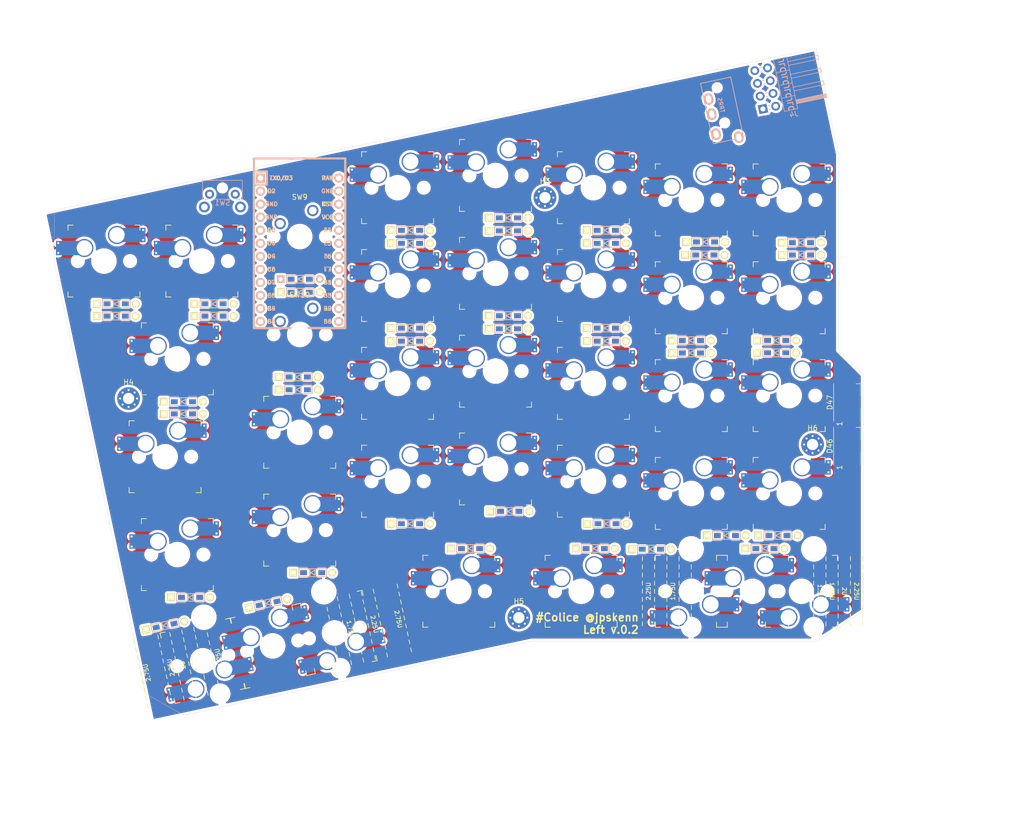
<source format=kicad_pcb>
(kicad_pcb (version 20171130) (host pcbnew "(5.1.5-0-10_14)")
  (layers (0 F.Cu signal) (31 B.Cu signal) (34 B.Paste user) (35 F.Paste user) (36 B.SilkS user) (37 F.SilkS user) (38 B.Mask user) (39 F.Mask user) (44 Edge.Cuts user))
  (net 0 "")
  (net 1 pin6)
  (net 2 pin1)
  (net 3 pin2)
  (net 4 pin3)
  (net 5 pin4)
  (net 6 pin5)
  (net 7 pin7)
  (net 8 "Net-(D8-Pad2)")
  (net 9 "Net-(D9-Pad2)")
  (net 10 "Net-(D11-Pad2)")
  (net 11 "Net-(D12-Pad2)")
  (net 12 pin8)
  (net 13 "Net-(D14-Pad2)")
  (net 14 "Net-(D17-Pad2)")
  (net 15 "Net-(D18-Pad2)")
  (net 16 pin9)
  (net 17 "Net-(D20-Pad2)")
  (net 18 "Net-(D21-Pad2)")
  (net 19 "Net-(D23-Pad2)")
  (net 20 "Net-(D24-Pad2)")
  (net 21 pin10)
  (net 22 "Net-(D26-Pad2)")
  (net 23 "Net-(D27-Pad2)")
  (net 24 "Net-(D29-Pad2)")
  (net 25 "Net-(D30-Pad2)")
  (net 26 "Net-(D32-Pad2)")
  (net 27 "Net-(D33-Pad2)")
  (net 28 "Net-(D35-Pad2)")
  (net 29 "Net-(D36-Pad2)")
  (net 30 "Net-(D38-Pad2)")
  (net 31 "Net-(D41-Pad2)")
  (net 32 "Net-(D42-Pad2)")
  (net 33 "Net-(D44-Pad2)")
  (net 34 "Net-(D45-Pad2)")
  (net 35 "Net-(D46-Pad2)")
  (net 36 "Net-(D47-Pad2)")
  (net 37 data)
  (net 38 led)
  (net 39 GND1)
  (net 40 VCC)
  (net 41 "Net-(J3-PadA)")
  (net 42 "Net-(J4-Pad6)")
  (net 43 "Net-(J4-Pad7)")
  (net 44 "Net-(J4-Pad8)")
  (net 45 reset)
  (net 46 "Net-(U1-Pad24)")
  (net 47 "Net-(D1-Pad1)")
  (net 48 "Net-(D2-Pad2)")
  (net 49 "Net-(D5-Pad2)")
  (net 50 "Net-(D6-Pad2)")
  (net 51 "Net-(D7-Pad2)")
  (net 52 "Net-(D13-Pad2)")
  (net 53 "Net-(D19-Pad2)")
  (net 54 "Net-(D25-Pad2)")
  (net 55 "Net-(D31-Pad2)")
  (net 56 "Net-(D37-Pad2)")
  (net 57 "Net-(D43-Pad2)")
  (net 58 "Net-(D3-Pad2)")
  (net 59 "Net-(D4-Pad1)")
  (net 60 "Net-(D10-Pad1)")
  (net 61 "Net-(D16-Pad1)")
  (net 62 "Net-(D22-Pad1)")
  (net 63 "Net-(D28-Pad1)")
  (net 64 "Net-(D34-Pad1)")
  (net 65 "Net-(U1-Pad5)")
  (net 66 "Net-(U1-Pad6)")
  (net 67 "Net-(U1-Pad7)")
  (net 68 "Net-(U1-Pad18)")
  (net 69 "Net-(U1-Pad19)")
  (net 70 "Net-(U1-Pad20)")
  (net 71 "Net-(D40-Pad1)")
  (module SMK_SU120:D3_TH_SMD (layer F.Cu) (at 162.306 70.104)
    (fp_text reference D34 hide)
    (fp_text value D hide)
    (pad 1 smd rect (at -1.775 0) (size 1.3 0.95) (layers F.Cu F.Paste F.Mask) (net 64 "Net-(D34-Pad1)"))
    (pad 2 smd rect (at 1.775 0) (size 1.3 0.95) (layers B.Cu B.Paste B.Mask) (net 5 pin4))
    (pad 1 smd rect (at -1.775 0) (size 1.3 0.95) (layers B.Cu B.Paste B.Mask) (net 64 "Net-(D34-Pad1)"))
    (pad 1 thru_hole rect (at -3.81 0) (size 1.397 1.397) (drill 0.8128) (layers *.Cu *.Mask F.SilkS) (net 64 "Net-(D34-Pad1)"))
    (pad 2 thru_hole circle (at 3.81 0) (size 1.397 1.397) (drill 0.8128) (layers *.Cu *.Mask F.SilkS) (net 5 pin4))
    (pad 2 smd rect (at 1.775 0) (size 1.3 0.95) (layers F.Cu F.Paste F.Mask) (net 5 pin4))
  )
  (module SMK_keebio:ArduinoProMicro (layer F.Cu) (at 83.312 71.628 270)
    (fp_text reference U1 hide)
    (fp_text value ProMicro hide)
    (fp_text user D2 (at -11.43 5.461) (layer B.SilkS) (effects (font (size 0.8 0.8)) (justify mirror)))
    (fp_text user D0 (at -1.27 5.461) (layer B.SilkS) (effects (font (size 0.8 0.8)) (justify mirror)))
    (fp_text user D1 (at -3.81 5.461) (layer B.SilkS) (effects (font (size 0.8 0.8)) (justify mirror)))
    (fp_text user GND (at -6.35 5.461) (layer B.SilkS) (effects (font (size 0.8 0.8)) (justify mirror)))
    (fp_text user GND (at -8.89 5.461) (layer B.SilkS) (effects (font (size 0.8 0.8)) (justify mirror)))
    (fp_text user D4 (at 1.27 5.461) (layer B.SilkS) (effects (font (size 0.8 0.8)) (justify mirror)))
    (fp_text user C6 (at 3.81 5.461) (layer B.SilkS) (effects (font (size 0.8 0.8)) (justify mirror)))
    (fp_text user D7 (at 6.35 5.461) (layer B.SilkS) (effects (font (size 0.8 0.8)) (justify mirror)))
    (fp_text user E6 (at 8.89 5.461) (layer B.SilkS) (effects (font (size 0.8 0.8)) (justify mirror)))
    (fp_text user B4 (at 11.43 5.461) (layer B.SilkS) (effects (font (size 0.8 0.8)) (justify mirror)))
    (fp_text user B5 (at 13.97 5.461) (layer B.SilkS) (effects (font (size 0.8 0.8)) (justify mirror)))
    (fp_text user B6 (at 13.97 -5.461) (layer B.SilkS) (effects (font (size 0.8 0.8)) (justify mirror)))
    (fp_text user B2 (at 11.43 -5.461) (layer F.SilkS) (effects (font (size 0.8 0.8))))
    (fp_text user B3 (at 8.89 -5.461) (layer B.SilkS) (effects (font (size 0.8 0.8)) (justify mirror)))
    (fp_text user B1 (at 6.35 -5.461) (layer B.SilkS) (effects (font (size 0.8 0.8)) (justify mirror)))
    (fp_text user F7 (at 3.81 -5.461) (layer F.SilkS) (effects (font (size 0.8 0.8))))
    (fp_text user F6 (at 1.27 -5.461) (layer F.SilkS) (effects (font (size 0.8 0.8))))
    (fp_text user F5 (at -1.27 -5.461) (layer F.SilkS) (effects (font (size 0.8 0.8))))
    (fp_text user F4 (at -3.81 -5.461) (layer B.SilkS) (effects (font (size 0.8 0.8)) (justify mirror)))
    (fp_text user VCC (at -6.35 -5.461) (layer B.SilkS) (effects (font (size 0.8 0.8)) (justify mirror)))
    (fp_text user GND (at -11.43 -5.461) (layer B.SilkS) (effects (font (size 0.8 0.8)) (justify mirror)))
    (fp_text user RAW (at -13.97 -5.461) (layer B.SilkS) (effects (font (size 0.8 0.8)) (justify mirror)))
    (fp_text user RAW (at -13.97 -5.461) (layer F.SilkS) (effects (font (size 0.8 0.8))))
    (fp_text user GND (at -11.43 -5.461) (layer F.SilkS) (effects (font (size 0.8 0.8))))
    (fp_text user ST (at -8.92 -5.73312) (layer F.SilkS) (effects (font (size 0.8 0.8))))
    (fp_text user VCC (at -6.35 -5.461) (layer F.SilkS) (effects (font (size 0.8 0.8))))
    (fp_text user F4 (at -3.81 -5.461) (layer F.SilkS) (effects (font (size 0.8 0.8))))
    (fp_text user F5 (at -1.27 -5.461) (layer B.SilkS) (effects (font (size 0.8 0.8)) (justify mirror)))
    (fp_text user F6 (at 1.27 -5.461) (layer B.SilkS) (effects (font (size 0.8 0.8)) (justify mirror)))
    (fp_text user F7 (at 3.81 -5.461) (layer B.SilkS) (effects (font (size 0.8 0.8)) (justify mirror)))
    (fp_text user B1 (at 6.35 -5.461) (layer F.SilkS) (effects (font (size 0.8 0.8))))
    (fp_text user B3 (at 8.89 -5.461) (layer F.SilkS) (effects (font (size 0.8 0.8))))
    (fp_text user B2 (at 11.43 -5.461) (layer B.SilkS) (effects (font (size 0.8 0.8)) (justify mirror)))
    (fp_text user B6 (at 13.97 -5.461) (layer F.SilkS) (effects (font (size 0.8 0.8))))
    (fp_text user B5 (at 13.97 5.461) (layer F.SilkS) (effects (font (size 0.8 0.8))))
    (fp_text user B4 (at 11.43 5.461) (layer F.SilkS) (effects (font (size 0.8 0.8))))
    (fp_text user E6 (at 8.89 5.461) (layer F.SilkS) (effects (font (size 0.8 0.8))))
    (fp_text user D7 (at 6.35 5.461) (layer F.SilkS) (effects (font (size 0.8 0.8))))
    (fp_text user C6 (at 3.81 5.461) (layer F.SilkS) (effects (font (size 0.8 0.8))))
    (fp_text user D4 (at 1.27 5.461) (layer F.SilkS) (effects (font (size 0.8 0.8))))
    (fp_text user GND (at -8.89 5.461) (layer F.SilkS) (effects (font (size 0.8 0.8))))
    (fp_text user GND (at -6.35 5.461) (layer F.SilkS) (effects (font (size 0.8 0.8))))
    (fp_text user D1 (at -3.81 5.461) (layer F.SilkS) (effects (font (size 0.8 0.8))))
    (fp_text user D0 (at -1.27 5.461) (layer F.SilkS) (effects (font (size 0.8 0.8))))
    (fp_text user D2 (at -11.43 5.461) (layer F.SilkS) (effects (font (size 0.8 0.8))))
    (fp_text user TX0/D3 (at -13.97 3.571872) (layer B.SilkS) (effects (font (size 0.8 0.8)) (justify mirror)))
    (fp_text user TX0/D3 (at -13.97 3.571872) (layer F.SilkS) (effects (font (size 0.8 0.8))))
    (fp_text user ST (at -8.91 -5.04) (layer B.SilkS) (effects (font (size 0.8 0.8)) (justify mirror)))
    (pad 1 thru_hole rect (at -13.97 7.62 270) (size 1.7526 1.7526) (drill 1.0922) (layers *.Cu *.SilkS *.Mask) (net 38 led))
    (pad 2 thru_hole circle (at -11.43 7.62 270) (size 1.7526 1.7526) (drill 1.0922) (layers *.Cu *.SilkS *.Mask) (net 37 data))
    (pad 3 thru_hole circle (at -8.89 7.62 270) (size 1.7526 1.7526) (drill 1.0922) (layers *.Cu *.SilkS *.Mask) (net 39 GND1))
    (pad 4 thru_hole circle (at -6.35 7.62 270) (size 1.7526 1.7526) (drill 1.0922) (layers *.Cu *.SilkS *.Mask) (net 39 GND1))
    (pad 5 thru_hole circle (at -3.81 7.62 270) (size 1.7526 1.7526) (drill 1.0922) (layers *.Cu *.SilkS *.Mask) (net 65 "Net-(U1-Pad5)"))
    (pad 6 thru_hole circle (at -1.27 7.62 270) (size 1.7526 1.7526) (drill 1.0922) (layers *.Cu *.SilkS *.Mask) (net 66 "Net-(U1-Pad6)"))
    (pad 7 thru_hole circle (at 1.27 7.62 270) (size 1.7526 1.7526) (drill 1.0922) (layers *.Cu *.SilkS *.Mask) (net 67 "Net-(U1-Pad7)"))
    (pad 8 thru_hole circle (at 3.81 7.62 270) (size 1.7526 1.7526) (drill 1.0922) (layers *.Cu *.SilkS *.Mask) (net 1 pin6))
    (pad 9 thru_hole circle (at 6.35 7.62 270) (size 1.7526 1.7526) (drill 1.0922) (layers *.Cu *.SilkS *.Mask) (net 7 pin7))
    (pad 10 thru_hole circle (at 8.89 7.62 270) (size 1.7526 1.7526) (drill 1.0922) (layers *.Cu *.SilkS *.Mask) (net 12 pin8))
    (pad 11 thru_hole circle (at 11.43 7.62 270) (size 1.7526 1.7526) (drill 1.0922) (layers *.Cu *.SilkS *.Mask) (net 16 pin9))
    (pad 13 thru_hole circle (at 13.97 -7.62 270) (size 1.7526 1.7526) (drill 1.0922) (layers *.Cu *.SilkS *.Mask) (net 6 pin5))
    (pad 14 thru_hole circle (at 11.43 -7.62 270) (size 1.7526 1.7526) (drill 1.0922) (layers *.Cu *.SilkS *.Mask) (net 5 pin4))
    (pad 15 thru_hole circle (at 8.89 -7.62 270) (size 1.7526 1.7526) (drill 1.0922) (layers *.Cu *.SilkS *.Mask) (net 4 pin3))
    (pad 16 thru_hole circle (at 6.35 -7.62 270) (size 1.7526 1.7526) (drill 1.0922) (layers *.Cu *.SilkS *.Mask) (net 3 pin2))
    (pad 17 thru_hole circle (at 3.81 -7.62 270) (size 1.7526 1.7526) (drill 1.0922) (layers *.Cu *.SilkS *.Mask) (net 2 pin1))
    (pad 18 thru_hole circle (at 1.27 -7.62 270) (size 1.7526 1.7526) (drill 1.0922) (layers *.Cu *.SilkS *.Mask) (net 68 "Net-(U1-Pad18)"))
    (pad 19 thru_hole circle (at -1.27 -7.62 270) (size 1.7526 1.7526) (drill 1.0922) (layers *.Cu *.SilkS *.Mask) (net 69 "Net-(U1-Pad19)"))
    (pad 20 thru_hole circle (at -3.81 -7.62 270) (size 1.7526 1.7526) (drill 1.0922) (layers *.Cu *.SilkS *.Mask) (net 70 "Net-(U1-Pad20)"))
    (pad 21 thru_hole circle (at -6.35 -7.62 270) (size 1.7526 1.7526) (drill 1.0922) (layers *.Cu *.SilkS *.Mask) (net 40 VCC))
    (pad 22 thru_hole circle (at -8.89 -7.62 270) (size 1.7526 1.7526) (drill 1.0922) (layers *.Cu *.SilkS *.Mask) (net 45 reset))
    (pad 23 thru_hole circle (at -11.43 -7.62 270) (size 1.7526 1.7526) (drill 1.0922) (layers *.Cu *.SilkS *.Mask) (net 39 GND1))
    (pad 12 thru_hole circle (at 13.97 7.62 270) (size 1.7526 1.7526) (drill 1.0922) (layers *.Cu *.SilkS *.Mask) (net 21 pin10))
    (pad 24 thru_hole circle (at -13.97 -7.62 270) (size 1.7526 1.7526) (drill 1.0922) (layers *.Cu *.SilkS *.Mask) (net 46 "Net-(U1-Pad24)"))
  )
  (module SMK_SU120:D3_TH_SMD (layer F.Cu) (at 180.975 70.231)
    (fp_text reference D40 hide)
    (fp_text value D hide)
    (pad 2 smd rect (at 1.775 0) (size 1.3 0.95) (layers F.Cu F.Paste F.Mask) (net 6 pin5))
    (pad 2 thru_hole circle (at 3.81 0) (size 1.397 1.397) (drill 0.8128) (layers *.Cu *.Mask F.SilkS) (net 6 pin5))
    (pad 1 thru_hole rect (at -3.81 0) (size 1.397 1.397) (drill 0.8128) (layers *.Cu *.Mask F.SilkS) (net 71 "Net-(D40-Pad1)"))
    (pad 1 smd rect (at -1.775 0) (size 1.3 0.95) (layers B.Cu B.Paste B.Mask) (net 71 "Net-(D40-Pad1)"))
    (pad 2 smd rect (at 1.775 0) (size 1.3 0.95) (layers B.Cu B.Paste B.Mask) (net 6 pin5))
    (pad 1 smd rect (at -1.775 0) (size 1.3 0.95) (layers F.Cu F.Paste F.Mask) (net 71 "Net-(D40-Pad1)"))
  )
  (module SMK_SU120:D3_TH_SMD (layer F.Cu) (at 60.706 101.20355)
    (fp_text reference D6 hide)
    (fp_text value D hide)
    (pad 2 smd rect (at 1.775 0) (size 1.3 0.95) (layers F.Cu F.Paste F.Mask) (net 50 "Net-(D6-Pad2)"))
    (pad 2 thru_hole circle (at 3.81 0) (size 1.397 1.397) (drill 0.8128) (layers *.Cu *.Mask F.SilkS) (net 50 "Net-(D6-Pad2)"))
    (pad 1 thru_hole rect (at -3.81 0) (size 1.397 1.397) (drill 0.8128) (layers *.Cu *.Mask F.SilkS) (net 3 pin2))
    (pad 1 smd rect (at -1.775 0) (size 1.3 0.95) (layers B.Cu B.Paste B.Mask) (net 3 pin2))
    (pad 2 smd rect (at 1.775 0) (size 1.3 0.95) (layers B.Cu B.Paste B.Mask) (net 50 "Net-(D6-Pad2)"))
    (pad 1 smd rect (at -1.775 0) (size 1.3 0.95) (layers F.Cu F.Paste F.Mask) (net 3 pin2))
  )
  (module SMK_foostan:CherryMX_Hotswap_v2 (layer F.Cu) (at 78.074656 148.752598 12)
    (fp_text reference SW8)
    (fp_text value SW_Push)
    (pad 2 thru_hole circle (at 2.54 -5.08 12) (size 3.5 3.5) (drill 3) (layers *.Cu) (net 9 "Net-(D9-Pad2)"))
    (pad "" np_thru_hole circle (at 0 0 12) (size 3.9878 3.9878) (drill 3.9878) (layers *.Cu *.Mask))
    (pad 1 thru_hole circle (at -3.81 -2.54 12) (size 3.5 3.5) (drill 3) (layers *.Cu) (net 59 "Net-(D4-Pad1)"))
    (pad "" np_thru_hole circle (at -5.08 0 60.0996) (size 1.75 1.75) (drill 1.75) (layers *.Cu *.Mask))
    (pad "" np_thru_hole circle (at 5.08 0 60.0996) (size 1.75 1.75) (drill 1.75) (layers *.Cu *.Mask))
    (pad 1 smd rect (at -7.084999 -2.54 12) (size 2.55 2.8) (layers B.Cu B.Paste B.Mask) (net 59 "Net-(D4-Pad1)"))
    (pad 2 smd rect (at 5.815 -5.08 12) (size 2.55 2.8) (layers B.Cu B.Paste B.Mask) (net 9 "Net-(D9-Pad2)"))
    (pad 1 thru_hole circle (at -8.89 -3.502 12) (size 0.8 0.8) (drill 0.4) (layers *.Cu) (net 59 "Net-(D4-Pad1)"))
    (pad 2 thru_hole circle (at 7.62 -6.042 12) (size 0.8 0.8) (drill 0.4) (layers *.Cu) (net 9 "Net-(D9-Pad2)"))
    (pad 1 thru_hole circle (at -8.89 -1.578 12) (size 0.8 0.8) (drill 0.4) (layers *.Cu) (net 59 "Net-(D4-Pad1)"))
    (pad 2 thru_hole circle (at 7.62 -4.118 12) (size 0.8 0.8) (drill 0.4) (layers *.Cu) (net 9 "Net-(D9-Pad2)"))
    (pad 1 smd rect (at -7.085 -2.54 12) (size 4.5 2.8) (layers B.Cu) (net 59 "Net-(D4-Pad1)"))
    (pad 2 smd rect (at 5.842 -5.08 12) (size 4.5 2.8) (layers B.Cu) (net 9 "Net-(D9-Pad2)"))
  )
  (module SMK_SU120:CherryMX_MidHeight_Choc_Hotswap_2.75U_Outline (layer F.Cu) (at 78.074656 148.752598 192)
    (fp_text reference H2 hide)
    (fp_text value MountingHole hide)
    (fp_text user 2.75U (at -25.003125 0 282 unlocked) (layer F.SilkS) (effects (font (size 0.8 0.8))))
    (fp_text user 2.25U (at -20.240625 0 282 unlocked) (layer F.SilkS) (effects (font (size 0.8 0.8))))
    (fp_text user 2U (at -17.859375 0 282 unlocked) (layer F.SilkS) (effects (font (size 0.8 0.8))))
    (fp_text user 1.75U (at -15.478125 0 282 unlocked) (layer F.SilkS) (effects (font (size 0.8 0.8))))
    (fp_text user 1.5U (at -13.096875 0 282 unlocked) (layer F.SilkS) (effects (font (size 0.8 0.8))))
    (fp_text user 1.25U (at -10.715625 0 282 unlocked) (layer F.SilkS) (effects (font (size 0.8 0.8))))
    (fp_text user 2.75U (at 25.003125 0 102 unlocked) (layer F.SilkS) (effects (font (size 0.8 0.8))))
    (fp_text user 2.25U (at 20.240625 0 102 unlocked) (layer F.SilkS) (effects (font (size 0.8 0.8))))
    (fp_text user 2U (at 17.859375 0 102 unlocked) (layer F.SilkS) (effects (font (size 0.8 0.8))))
    (fp_text user 1.5U (at 13.096875 0 102 unlocked) (layer F.SilkS) (effects (font (size 0.8 0.8))))
    (fp_text user 1.75U (at 15.478125 0 102 unlocked) (layer F.SilkS) (effects (font (size 0.8 0.8))))
    (fp_text user 1.25U (at 10.715625 0 102 unlocked) (layer F.SilkS) (effects (font (size 0.8 0.8))))
    (pad "" np_thru_hole circle (at 11.938 8.255 192) (size 3.9878 3.9878) (drill 3.9878) (layers *.Cu *.Mask))
    (pad "" np_thru_hole circle (at -11.938 8.255 192) (size 3.9878 3.9878) (drill 3.9878) (layers *.Cu *.Mask))
    (pad "" np_thru_hole circle (at 11.938 -6.985 192) (size 3.048 3.048) (drill 3.048) (layers *.Cu *.Mask))
    (pad "" np_thru_hole circle (at -11.938 -6.985 192) (size 3.048 3.048) (drill 3.048) (layers *.Cu *.Mask))
  )
  (module SMK_SU120:D3_TH_SMD (layer F.Cu) (at 104.902 67.818)
    (fp_text reference D16 hide)
    (fp_text value D hide)
    (pad 2 smd rect (at 1.775 0) (size 1.3 0.95) (layers F.Cu F.Paste F.Mask) (net 2 pin1))
    (pad 2 thru_hole circle (at 3.81 0) (size 1.397 1.397) (drill 0.8128) (layers *.Cu *.Mask F.SilkS) (net 2 pin1))
    (pad 1 thru_hole rect (at -3.81 0) (size 1.397 1.397) (drill 0.8128) (layers *.Cu *.Mask F.SilkS) (net 61 "Net-(D16-Pad1)"))
    (pad 1 smd rect (at -1.775 0) (size 1.3 0.95) (layers B.Cu B.Paste B.Mask) (net 61 "Net-(D16-Pad1)"))
    (pad 2 smd rect (at 1.775 0) (size 1.3 0.95) (layers B.Cu B.Paste B.Mask) (net 2 pin1))
    (pad 1 smd rect (at -1.775 0) (size 1.3 0.95) (layers F.Cu F.Paste F.Mask) (net 61 "Net-(D16-Pad1)"))
  )
  (module SMK_SU120:D3_TH_SMD (layer F.Cu) (at 83.439 79.883)
    (fp_text reference D11 hide)
    (fp_text value D hide)
    (pad 2 smd rect (at 1.775 0) (size 1.3 0.95) (layers F.Cu F.Paste F.Mask) (net 10 "Net-(D11-Pad2)"))
    (pad 2 thru_hole circle (at 3.81 0) (size 1.397 1.397) (drill 0.8128) (layers *.Cu *.Mask F.SilkS) (net 10 "Net-(D11-Pad2)"))
    (pad 1 thru_hole rect (at -3.81 0) (size 1.397 1.397) (drill 0.8128) (layers *.Cu *.Mask F.SilkS) (net 2 pin1))
    (pad 1 smd rect (at -1.775 0) (size 1.3 0.95) (layers B.Cu B.Paste B.Mask) (net 2 pin1))
    (pad 2 smd rect (at 1.775 0) (size 1.3 0.95) (layers B.Cu B.Paste B.Mask) (net 10 "Net-(D11-Pad2)"))
    (pad 1 smd rect (at -1.775 0) (size 1.3 0.95) (layers F.Cu F.Paste F.Mask) (net 2 pin1))
  )
  (module SMK_foostan:CherryMX_Hotswap_v2 (layer F.Cu) (at 45.24375 73.81906)
    (fp_text reference SW2)
    (fp_text value SW_Push)
    (pad 2 thru_hole circle (at 2.54 -5.08) (size 3.5 3.5) (drill 3) (layers *.Cu) (net 48 "Net-(D2-Pad2)"))
    (pad "" np_thru_hole circle (at 0 0) (size 3.9878 3.9878) (drill 3.9878) (layers *.Cu *.Mask))
    (pad 1 thru_hole circle (at -3.81 -2.54) (size 3.5 3.5) (drill 3) (layers *.Cu) (net 47 "Net-(D1-Pad1)"))
    (pad "" np_thru_hole circle (at -5.08 0 48.0996) (size 1.75 1.75) (drill 1.75) (layers *.Cu *.Mask))
    (pad "" np_thru_hole circle (at 5.08 0 48.0996) (size 1.75 1.75) (drill 1.75) (layers *.Cu *.Mask))
    (pad 1 smd rect (at -7.085 -2.54) (size 2.55 2.8) (layers B.Cu B.Paste B.Mask) (net 47 "Net-(D1-Pad1)"))
    (pad 2 smd rect (at 5.815 -5.08) (size 2.55 2.8) (layers B.Cu B.Paste B.Mask) (net 48 "Net-(D2-Pad2)"))
    (pad 1 thru_hole circle (at -8.89 -3.502) (size 0.8 0.8) (drill 0.4) (layers *.Cu) (net 47 "Net-(D1-Pad1)"))
    (pad 2 thru_hole circle (at 7.62 -6.042) (size 0.8 0.8) (drill 0.4) (layers *.Cu) (net 48 "Net-(D2-Pad2)"))
    (pad 1 thru_hole circle (at -8.89 -1.578) (size 0.8 0.8) (drill 0.4) (layers *.Cu) (net 47 "Net-(D1-Pad1)"))
    (pad 2 thru_hole circle (at 7.62 -4.118) (size 0.8 0.8) (drill 0.4) (layers *.Cu) (net 48 "Net-(D2-Pad2)"))
    (pad 1 smd rect (at -7.085 -2.54) (size 4.5 2.8) (layers B.Cu) (net 47 "Net-(D1-Pad1)"))
    (pad 2 smd rect (at 5.842 -5.08) (size 4.5 2.8) (layers B.Cu) (net 48 "Net-(D2-Pad2)"))
  )
  (module SMK_SU120:D3_TH_SMD (layer F.Cu) (at 47.625 82.15347)
    (fp_text reference D1 hide)
    (fp_text value D hide)
    (pad 2 smd rect (at 1.775 0) (size 1.3 0.95) (layers F.Cu F.Paste F.Mask) (net 12 pin8))
    (pad 2 thru_hole circle (at 3.81 0) (size 1.397 1.397) (drill 0.8128) (layers *.Cu *.Mask F.SilkS) (net 12 pin8))
    (pad 1 thru_hole rect (at -3.81 0) (size 1.397 1.397) (drill 0.8128) (layers *.Cu *.Mask F.SilkS) (net 47 "Net-(D1-Pad1)"))
    (pad 1 smd rect (at -1.775 0) (size 1.3 0.95) (layers B.Cu B.Paste B.Mask) (net 47 "Net-(D1-Pad1)"))
    (pad 2 smd rect (at 1.775 0) (size 1.3 0.95) (layers B.Cu B.Paste B.Mask) (net 12 pin8))
    (pad 1 smd rect (at -1.775 0) (size 1.3 0.95) (layers F.Cu F.Paste F.Mask) (net 47 "Net-(D1-Pad1)"))
  )
  (module SMK_SU120:D3_TH_SMD (layer F.Cu) (at 47.625 84.53473)
    (fp_text reference D2 hide)
    (fp_text value D hide)
    (pad 2 smd rect (at 1.775 0) (size 1.3 0.95) (layers F.Cu F.Paste F.Mask) (net 48 "Net-(D2-Pad2)"))
    (pad 2 thru_hole circle (at 3.81 0) (size 1.397 1.397) (drill 0.8128) (layers *.Cu *.Mask F.SilkS) (net 48 "Net-(D2-Pad2)"))
    (pad 1 thru_hole rect (at -3.81 0) (size 1.397 1.397) (drill 0.8128) (layers *.Cu *.Mask F.SilkS) (net 2 pin1))
    (pad 1 smd rect (at -1.775 0) (size 1.3 0.95) (layers B.Cu B.Paste B.Mask) (net 2 pin1))
    (pad 2 smd rect (at 1.775 0) (size 1.3 0.95) (layers B.Cu B.Paste B.Mask) (net 48 "Net-(D2-Pad2)"))
    (pad 1 smd rect (at -1.775 0) (size 1.3 0.95) (layers F.Cu F.Paste F.Mask) (net 2 pin1))
  )
  (module SMK_SU120:D3_TH_SMD (layer F.Cu) (at 66.675 82.15347)
    (fp_text reference D4 hide)
    (fp_text value D hide)
    (pad 1 smd rect (at -1.775 0) (size 1.3 0.95) (layers F.Cu F.Paste F.Mask) (net 59 "Net-(D4-Pad1)"))
    (pad 2 smd rect (at 1.775 0) (size 1.3 0.95) (layers B.Cu B.Paste B.Mask) (net 16 pin9))
    (pad 1 smd rect (at -1.775 0) (size 1.3 0.95) (layers B.Cu B.Paste B.Mask) (net 59 "Net-(D4-Pad1)"))
    (pad 1 thru_hole rect (at -3.81 0) (size 1.397 1.397) (drill 0.8128) (layers *.Cu *.Mask F.SilkS) (net 59 "Net-(D4-Pad1)"))
    (pad 2 thru_hole circle (at 3.81 0) (size 1.397 1.397) (drill 0.8128) (layers *.Cu *.Mask F.SilkS) (net 16 pin9))
    (pad 2 smd rect (at 1.775 0) (size 1.3 0.95) (layers F.Cu F.Paste F.Mask) (net 16 pin9))
  )
  (module SMK_SU120:D3_TH_SMD (layer F.Cu) (at 66.675 84.53473)
    (fp_text reference D5 hide)
    (fp_text value D hide)
    (pad 2 smd rect (at 1.775 0) (size 1.3 0.95) (layers F.Cu F.Paste F.Mask) (net 49 "Net-(D5-Pad2)"))
    (pad 2 thru_hole circle (at 3.81 0) (size 1.397 1.397) (drill 0.8128) (layers *.Cu *.Mask F.SilkS) (net 49 "Net-(D5-Pad2)"))
    (pad 1 thru_hole rect (at -3.81 0) (size 1.397 1.397) (drill 0.8128) (layers *.Cu *.Mask F.SilkS) (net 2 pin1))
    (pad 1 smd rect (at -1.775 0) (size 1.3 0.95) (layers B.Cu B.Paste B.Mask) (net 2 pin1))
    (pad 2 smd rect (at 1.775 0) (size 1.3 0.95) (layers B.Cu B.Paste B.Mask) (net 49 "Net-(D5-Pad2)"))
    (pad 1 smd rect (at -1.775 0) (size 1.3 0.95) (layers F.Cu F.Paste F.Mask) (net 2 pin1))
  )
  (module SMK_SU120:D3_TH_SMD (layer F.Cu) (at 60.706 103.58481)
    (fp_text reference D7 hide)
    (fp_text value D hide)
    (pad 2 smd rect (at 1.775 0) (size 1.3 0.95) (layers F.Cu F.Paste F.Mask) (net 51 "Net-(D7-Pad2)"))
    (pad 2 thru_hole circle (at 3.81 0) (size 1.397 1.397) (drill 0.8128) (layers *.Cu *.Mask F.SilkS) (net 51 "Net-(D7-Pad2)"))
    (pad 1 thru_hole rect (at -3.81 0) (size 1.397 1.397) (drill 0.8128) (layers *.Cu *.Mask F.SilkS) (net 4 pin3))
    (pad 1 smd rect (at -1.775 0) (size 1.3 0.95) (layers B.Cu B.Paste B.Mask) (net 4 pin3))
    (pad 2 smd rect (at 1.775 0) (size 1.3 0.95) (layers B.Cu B.Paste B.Mask) (net 51 "Net-(D7-Pad2)"))
    (pad 1 smd rect (at -1.775 0) (size 1.3 0.95) (layers F.Cu F.Paste F.Mask) (net 4 pin3))
  )
  (module SMK_SU120:D3_TH_SMD (layer F.Cu) (at 62.103 139.30371)
    (fp_text reference D8 hide)
    (fp_text value D hide)
    (pad 2 smd rect (at 1.775 0) (size 1.3 0.95) (layers F.Cu F.Paste F.Mask) (net 8 "Net-(D8-Pad2)"))
    (pad 2 thru_hole circle (at 3.81 0) (size 1.397 1.397) (drill 0.8128) (layers *.Cu *.Mask F.SilkS) (net 8 "Net-(D8-Pad2)"))
    (pad 1 thru_hole rect (at -3.81 0) (size 1.397 1.397) (drill 0.8128) (layers *.Cu *.Mask F.SilkS) (net 5 pin4))
    (pad 1 smd rect (at -1.775 0) (size 1.3 0.95) (layers B.Cu B.Paste B.Mask) (net 5 pin4))
    (pad 2 smd rect (at 1.775 0) (size 1.3 0.95) (layers B.Cu B.Paste B.Mask) (net 8 "Net-(D8-Pad2)"))
    (pad 1 smd rect (at -1.775 0) (size 1.3 0.95) (layers F.Cu F.Paste F.Mask) (net 5 pin4))
  )
  (module SMK_SU120:D3_TH_SMD (layer F.Cu) (at 77.1906 140.462 12)
    (fp_text reference D9 hide)
    (fp_text value D hide)
    (pad 2 smd rect (at 1.775 0 12) (size 1.3 0.95) (layers F.Cu F.Paste F.Mask) (net 9 "Net-(D9-Pad2)"))
    (pad 2 thru_hole circle (at 3.81 0 12) (size 1.397 1.397) (drill 0.8128) (layers *.Cu *.Mask F.SilkS) (net 9 "Net-(D9-Pad2)"))
    (pad 1 thru_hole rect (at -3.81 0 12) (size 1.397 1.397) (drill 0.8128) (layers *.Cu *.Mask F.SilkS) (net 6 pin5))
    (pad 1 smd rect (at -1.775 0 12) (size 1.3 0.95) (layers B.Cu B.Paste B.Mask) (net 6 pin5))
    (pad 2 smd rect (at 1.775 0 12) (size 1.3 0.95) (layers B.Cu B.Paste B.Mask) (net 9 "Net-(D9-Pad2)"))
    (pad 1 smd rect (at -1.775 0 12) (size 1.3 0.95) (layers F.Cu F.Paste F.Mask) (net 6 pin5))
  )
  (module SMK_SU120:D3_TH_SMD (layer B.Cu) (at 83.439 77.343)
    (fp_text reference D10 hide)
    (fp_text value D hide)
    (pad 2 smd rect (at 1.775 0) (size 1.3 0.95) (layers B.Cu B.Paste B.Mask) (net 21 pin10))
    (pad 2 thru_hole circle (at 3.81 0) (size 1.397 1.397) (drill 0.8128) (layers *.Cu *.Mask B.SilkS) (net 21 pin10))
    (pad 1 thru_hole rect (at -3.81 0) (size 1.397 1.397) (drill 0.8128) (layers *.Cu *.Mask B.SilkS) (net 60 "Net-(D10-Pad1)"))
    (pad 1 smd rect (at -1.775 0) (size 1.3 0.95) (layers F.Cu F.Paste F.Mask) (net 60 "Net-(D10-Pad1)"))
    (pad 2 smd rect (at 1.775 0) (size 1.3 0.95) (layers F.Cu F.Paste F.Mask) (net 21 pin10))
    (pad 1 smd rect (at -1.775 0) (size 1.3 0.95) (layers B.Cu B.Paste B.Mask) (net 60 "Net-(D10-Pad1)"))
  )
  (module SMK_SU120:D3_TH_SMD (layer F.Cu) (at 83.058 96.393)
    (fp_text reference D12 hide)
    (fp_text value D hide)
    (pad 2 smd rect (at 1.775 0) (size 1.3 0.95) (layers F.Cu F.Paste F.Mask) (net 11 "Net-(D12-Pad2)"))
    (pad 2 thru_hole circle (at 3.81 0) (size 1.397 1.397) (drill 0.8128) (layers *.Cu *.Mask F.SilkS) (net 11 "Net-(D12-Pad2)"))
    (pad 1 thru_hole rect (at -3.81 0) (size 1.397 1.397) (drill 0.8128) (layers *.Cu *.Mask F.SilkS) (net 3 pin2))
    (pad 1 smd rect (at -1.775 0) (size 1.3 0.95) (layers B.Cu B.Paste B.Mask) (net 3 pin2))
    (pad 2 smd rect (at 1.775 0) (size 1.3 0.95) (layers B.Cu B.Paste B.Mask) (net 11 "Net-(D12-Pad2)"))
    (pad 1 smd rect (at -1.775 0) (size 1.3 0.95) (layers F.Cu F.Paste F.Mask) (net 3 pin2))
  )
  (module SMK_SU120:D3_TH_SMD (layer F.Cu) (at 83.058 98.8695)
    (fp_text reference D13 hide)
    (fp_text value D hide)
    (pad 2 smd rect (at 1.775 0) (size 1.3 0.95) (layers F.Cu F.Paste F.Mask) (net 52 "Net-(D13-Pad2)"))
    (pad 2 thru_hole circle (at 3.81 0) (size 1.397 1.397) (drill 0.8128) (layers *.Cu *.Mask F.SilkS) (net 52 "Net-(D13-Pad2)"))
    (pad 1 thru_hole rect (at -3.81 0) (size 1.397 1.397) (drill 0.8128) (layers *.Cu *.Mask F.SilkS) (net 4 pin3))
    (pad 1 smd rect (at -1.775 0) (size 1.3 0.95) (layers B.Cu B.Paste B.Mask) (net 4 pin3))
    (pad 2 smd rect (at 1.775 0) (size 1.3 0.95) (layers B.Cu B.Paste B.Mask) (net 52 "Net-(D13-Pad2)"))
    (pad 1 smd rect (at -1.775 0) (size 1.3 0.95) (layers F.Cu F.Paste F.Mask) (net 4 pin3))
  )
  (module SMK_SU120:D3_TH_SMD (layer F.Cu) (at 85.852 134.493)
    (fp_text reference D14 hide)
    (fp_text value D hide)
    (pad 2 smd rect (at 1.775 0) (size 1.3 0.95) (layers F.Cu F.Paste F.Mask) (net 13 "Net-(D14-Pad2)"))
    (pad 2 thru_hole circle (at 3.81 0) (size 1.397 1.397) (drill 0.8128) (layers *.Cu *.Mask F.SilkS) (net 13 "Net-(D14-Pad2)"))
    (pad 1 thru_hole rect (at -3.81 0) (size 1.397 1.397) (drill 0.8128) (layers *.Cu *.Mask F.SilkS) (net 5 pin4))
    (pad 1 smd rect (at -1.775 0) (size 1.3 0.95) (layers B.Cu B.Paste B.Mask) (net 5 pin4))
    (pad 2 smd rect (at 1.775 0) (size 1.3 0.95) (layers B.Cu B.Paste B.Mask) (net 13 "Net-(D14-Pad2)"))
    (pad 1 smd rect (at -1.775 0) (size 1.3 0.95) (layers F.Cu F.Paste F.Mask) (net 5 pin4))
  )
  (module SMK_SU120:D3_TH_SMD (layer F.Cu) (at 104.902 70.358)
    (fp_text reference D17 hide)
    (fp_text value D hide)
    (pad 2 smd rect (at 1.775 0) (size 1.3 0.95) (layers F.Cu F.Paste F.Mask) (net 14 "Net-(D17-Pad2)"))
    (pad 2 thru_hole circle (at 3.81 0) (size 1.397 1.397) (drill 0.8128) (layers *.Cu *.Mask F.SilkS) (net 14 "Net-(D17-Pad2)"))
    (pad 1 thru_hole rect (at -3.81 0) (size 1.397 1.397) (drill 0.8128) (layers *.Cu *.Mask F.SilkS) (net 1 pin6))
    (pad 1 smd rect (at -1.775 0) (size 1.3 0.95) (layers B.Cu B.Paste B.Mask) (net 1 pin6))
    (pad 2 smd rect (at 1.775 0) (size 1.3 0.95) (layers B.Cu B.Paste B.Mask) (net 14 "Net-(D17-Pad2)"))
    (pad 1 smd rect (at -1.775 0) (size 1.3 0.95) (layers F.Cu F.Paste F.Mask) (net 1 pin6))
  )
  (module SMK_SU120:D3_TH_SMD (layer F.Cu) (at 104.902 86.868)
    (fp_text reference D18 hide)
    (fp_text value D hide)
    (pad 2 smd rect (at 1.775 0) (size 1.3 0.95) (layers F.Cu F.Paste F.Mask) (net 15 "Net-(D18-Pad2)"))
    (pad 2 thru_hole circle (at 3.81 0) (size 1.397 1.397) (drill 0.8128) (layers *.Cu *.Mask F.SilkS) (net 15 "Net-(D18-Pad2)"))
    (pad 1 thru_hole rect (at -3.81 0) (size 1.397 1.397) (drill 0.8128) (layers *.Cu *.Mask F.SilkS) (net 7 pin7))
    (pad 1 smd rect (at -1.775 0) (size 1.3 0.95) (layers B.Cu B.Paste B.Mask) (net 7 pin7))
    (pad 2 smd rect (at 1.775 0) (size 1.3 0.95) (layers B.Cu B.Paste B.Mask) (net 15 "Net-(D18-Pad2)"))
    (pad 1 smd rect (at -1.775 0) (size 1.3 0.95) (layers F.Cu F.Paste F.Mask) (net 7 pin7))
  )
  (module SMK_SU120:D3_TH_SMD (layer F.Cu) (at 104.902 89.408)
    (fp_text reference D19 hide)
    (fp_text value D hide)
    (pad 2 smd rect (at 1.775 0) (size 1.3 0.95) (layers F.Cu F.Paste F.Mask) (net 53 "Net-(D19-Pad2)"))
    (pad 2 thru_hole circle (at 3.81 0) (size 1.397 1.397) (drill 0.8128) (layers *.Cu *.Mask F.SilkS) (net 53 "Net-(D19-Pad2)"))
    (pad 1 thru_hole rect (at -3.81 0) (size 1.397 1.397) (drill 0.8128) (layers *.Cu *.Mask F.SilkS) (net 12 pin8))
    (pad 1 smd rect (at -1.775 0) (size 1.3 0.95) (layers B.Cu B.Paste B.Mask) (net 12 pin8))
    (pad 2 smd rect (at 1.775 0) (size 1.3 0.95) (layers B.Cu B.Paste B.Mask) (net 53 "Net-(D19-Pad2)"))
    (pad 1 smd rect (at -1.775 0) (size 1.3 0.95) (layers F.Cu F.Paste F.Mask) (net 12 pin8))
  )
  (module SMK_SU120:D3_TH_SMD (layer F.Cu) (at 104.902 124.968)
    (fp_text reference D20 hide)
    (fp_text value D hide)
    (pad 2 smd rect (at 1.775 0) (size 1.3 0.95) (layers F.Cu F.Paste F.Mask) (net 17 "Net-(D20-Pad2)"))
    (pad 2 thru_hole circle (at 3.81 0) (size 1.397 1.397) (drill 0.8128) (layers *.Cu *.Mask F.SilkS) (net 17 "Net-(D20-Pad2)"))
    (pad 1 thru_hole rect (at -3.81 0) (size 1.397 1.397) (drill 0.8128) (layers *.Cu *.Mask F.SilkS) (net 16 pin9))
    (pad 1 smd rect (at -1.775 0) (size 1.3 0.95) (layers B.Cu B.Paste B.Mask) (net 16 pin9))
    (pad 2 smd rect (at 1.775 0) (size 1.3 0.95) (layers B.Cu B.Paste B.Mask) (net 17 "Net-(D20-Pad2)"))
    (pad 1 smd rect (at -1.775 0) (size 1.3 0.95) (layers F.Cu F.Paste F.Mask) (net 16 pin9))
  )
  (module SMK_SU120:D3_TH_SMD (layer F.Cu) (at 116.586 129.794)
    (fp_text reference D21 hide)
    (fp_text value D hide)
    (pad 2 smd rect (at 1.775 0) (size 1.3 0.95) (layers F.Cu F.Paste F.Mask) (net 18 "Net-(D21-Pad2)"))
    (pad 2 thru_hole circle (at 3.81 0) (size 1.397 1.397) (drill 0.8128) (layers *.Cu *.Mask F.SilkS) (net 18 "Net-(D21-Pad2)"))
    (pad 1 thru_hole rect (at -3.81 0) (size 1.397 1.397) (drill 0.8128) (layers *.Cu *.Mask F.SilkS) (net 21 pin10))
    (pad 1 smd rect (at -1.775 0) (size 1.3 0.95) (layers B.Cu B.Paste B.Mask) (net 21 pin10))
    (pad 2 smd rect (at 1.775 0) (size 1.3 0.95) (layers B.Cu B.Paste B.Mask) (net 18 "Net-(D21-Pad2)"))
    (pad 1 smd rect (at -1.775 0) (size 1.3 0.95) (layers F.Cu F.Paste F.Mask) (net 21 pin10))
  )
  (module SMK_SU120:D3_TH_SMD (layer F.Cu) (at 123.952 65.405)
    (fp_text reference D22 hide)
    (fp_text value D hide)
    (pad 1 smd rect (at -1.775 0) (size 1.3 0.95) (layers F.Cu F.Paste F.Mask) (net 62 "Net-(D22-Pad1)"))
    (pad 2 smd rect (at 1.775 0) (size 1.3 0.95) (layers B.Cu B.Paste B.Mask) (net 3 pin2))
    (pad 1 smd rect (at -1.775 0) (size 1.3 0.95) (layers B.Cu B.Paste B.Mask) (net 62 "Net-(D22-Pad1)"))
    (pad 1 thru_hole rect (at -3.81 0) (size 1.397 1.397) (drill 0.8128) (layers *.Cu *.Mask F.SilkS) (net 62 "Net-(D22-Pad1)"))
    (pad 2 thru_hole circle (at 3.81 0) (size 1.397 1.397) (drill 0.8128) (layers *.Cu *.Mask F.SilkS) (net 3 pin2))
    (pad 2 smd rect (at 1.775 0) (size 1.3 0.95) (layers F.Cu F.Paste F.Mask) (net 3 pin2))
  )
  (module SMK_SU120:D3_TH_SMD (layer F.Cu) (at 123.952 67.945)
    (fp_text reference D23 hide)
    (fp_text value D hide)
    (pad 2 smd rect (at 1.775 0) (size 1.3 0.95) (layers F.Cu F.Paste F.Mask) (net 19 "Net-(D23-Pad2)"))
    (pad 2 thru_hole circle (at 3.81 0) (size 1.397 1.397) (drill 0.8128) (layers *.Cu *.Mask F.SilkS) (net 19 "Net-(D23-Pad2)"))
    (pad 1 thru_hole rect (at -3.81 0) (size 1.397 1.397) (drill 0.8128) (layers *.Cu *.Mask F.SilkS) (net 1 pin6))
    (pad 1 smd rect (at -1.775 0) (size 1.3 0.95) (layers B.Cu B.Paste B.Mask) (net 1 pin6))
    (pad 2 smd rect (at 1.775 0) (size 1.3 0.95) (layers B.Cu B.Paste B.Mask) (net 19 "Net-(D23-Pad2)"))
    (pad 1 smd rect (at -1.775 0) (size 1.3 0.95) (layers F.Cu F.Paste F.Mask) (net 1 pin6))
  )
  (module SMK_SU120:D3_TH_SMD (layer F.Cu) (at 123.952 84.455)
    (fp_text reference D24 hide)
    (fp_text value D hide)
    (pad 2 smd rect (at 1.775 0) (size 1.3 0.95) (layers F.Cu F.Paste F.Mask) (net 20 "Net-(D24-Pad2)"))
    (pad 2 thru_hole circle (at 3.81 0) (size 1.397 1.397) (drill 0.8128) (layers *.Cu *.Mask F.SilkS) (net 20 "Net-(D24-Pad2)"))
    (pad 1 thru_hole rect (at -3.81 0) (size 1.397 1.397) (drill 0.8128) (layers *.Cu *.Mask F.SilkS) (net 7 pin7))
    (pad 1 smd rect (at -1.775 0) (size 1.3 0.95) (layers B.Cu B.Paste B.Mask) (net 7 pin7))
    (pad 2 smd rect (at 1.775 0) (size 1.3 0.95) (layers B.Cu B.Paste B.Mask) (net 20 "Net-(D24-Pad2)"))
    (pad 1 smd rect (at -1.775 0) (size 1.3 0.95) (layers F.Cu F.Paste F.Mask) (net 7 pin7))
  )
  (module SMK_SU120:D3_TH_SMD (layer F.Cu) (at 123.952 86.995)
    (fp_text reference D25 hide)
    (fp_text value D hide)
    (pad 2 smd rect (at 1.775 0) (size 1.3 0.95) (layers F.Cu F.Paste F.Mask) (net 54 "Net-(D25-Pad2)"))
    (pad 2 thru_hole circle (at 3.81 0) (size 1.397 1.397) (drill 0.8128) (layers *.Cu *.Mask F.SilkS) (net 54 "Net-(D25-Pad2)"))
    (pad 1 thru_hole rect (at -3.81 0) (size 1.397 1.397) (drill 0.8128) (layers *.Cu *.Mask F.SilkS) (net 12 pin8))
    (pad 1 smd rect (at -1.775 0) (size 1.3 0.95) (layers B.Cu B.Paste B.Mask) (net 12 pin8))
    (pad 2 smd rect (at 1.775 0) (size 1.3 0.95) (layers B.Cu B.Paste B.Mask) (net 54 "Net-(D25-Pad2)"))
    (pad 1 smd rect (at -1.775 0) (size 1.3 0.95) (layers F.Cu F.Paste F.Mask) (net 12 pin8))
  )
  (module SMK_SU120:D3_TH_SMD (layer F.Cu) (at 124.206 122.555)
    (fp_text reference D26 hide)
    (fp_text value D hide)
    (pad 2 smd rect (at 1.775 0) (size 1.3 0.95) (layers F.Cu F.Paste F.Mask) (net 22 "Net-(D26-Pad2)"))
    (pad 2 thru_hole circle (at 3.81 0) (size 1.397 1.397) (drill 0.8128) (layers *.Cu *.Mask F.SilkS) (net 22 "Net-(D26-Pad2)"))
    (pad 1 thru_hole rect (at -3.81 0) (size 1.397 1.397) (drill 0.8128) (layers *.Cu *.Mask F.SilkS) (net 16 pin9))
    (pad 1 smd rect (at -1.775 0) (size 1.3 0.95) (layers B.Cu B.Paste B.Mask) (net 16 pin9))
    (pad 2 smd rect (at 1.775 0) (size 1.3 0.95) (layers B.Cu B.Paste B.Mask) (net 22 "Net-(D26-Pad2)"))
    (pad 1 smd rect (at -1.775 0) (size 1.3 0.95) (layers F.Cu F.Paste F.Mask) (net 16 pin9))
  )
  (module SMK_SU120:D3_TH_SMD (layer F.Cu) (at 140.843 129.794)
    (fp_text reference D27 hide)
    (fp_text value D hide)
    (pad 2 smd rect (at 1.775 0) (size 1.3 0.95) (layers F.Cu F.Paste F.Mask) (net 23 "Net-(D27-Pad2)"))
    (pad 2 thru_hole circle (at 3.81 0) (size 1.397 1.397) (drill 0.8128) (layers *.Cu *.Mask F.SilkS) (net 23 "Net-(D27-Pad2)"))
    (pad 1 thru_hole rect (at -3.81 0) (size 1.397 1.397) (drill 0.8128) (layers *.Cu *.Mask F.SilkS) (net 21 pin10))
    (pad 1 smd rect (at -1.775 0) (size 1.3 0.95) (layers B.Cu B.Paste B.Mask) (net 21 pin10))
    (pad 2 smd rect (at 1.775 0) (size 1.3 0.95) (layers B.Cu B.Paste B.Mask) (net 23 "Net-(D27-Pad2)"))
    (pad 1 smd rect (at -1.775 0) (size 1.3 0.95) (layers F.Cu F.Paste F.Mask) (net 21 pin10))
  )
  (module SMK_SU120:D3_TH_SMD (layer F.Cu) (at 143.002 67.818)
    (fp_text reference D28 hide)
    (fp_text value D hide)
    (pad 2 smd rect (at 1.775 0) (size 1.3 0.95) (layers F.Cu F.Paste F.Mask) (net 4 pin3))
    (pad 2 thru_hole circle (at 3.81 0) (size 1.397 1.397) (drill 0.8128) (layers *.Cu *.Mask F.SilkS) (net 4 pin3))
    (pad 1 thru_hole rect (at -3.81 0) (size 1.397 1.397) (drill 0.8128) (layers *.Cu *.Mask F.SilkS) (net 63 "Net-(D28-Pad1)"))
    (pad 1 smd rect (at -1.775 0) (size 1.3 0.95) (layers B.Cu B.Paste B.Mask) (net 63 "Net-(D28-Pad1)"))
    (pad 2 smd rect (at 1.775 0) (size 1.3 0.95) (layers B.Cu B.Paste B.Mask) (net 4 pin3))
    (pad 1 smd rect (at -1.775 0) (size 1.3 0.95) (layers F.Cu F.Paste F.Mask) (net 63 "Net-(D28-Pad1)"))
  )
  (module SMK_SU120:D3_TH_SMD (layer F.Cu) (at 143.002 70.358)
    (fp_text reference D29 hide)
    (fp_text value D hide)
    (pad 2 smd rect (at 1.775 0) (size 1.3 0.95) (layers F.Cu F.Paste F.Mask) (net 24 "Net-(D29-Pad2)"))
    (pad 2 thru_hole circle (at 3.81 0) (size 1.397 1.397) (drill 0.8128) (layers *.Cu *.Mask F.SilkS) (net 24 "Net-(D29-Pad2)"))
    (pad 1 thru_hole rect (at -3.81 0) (size 1.397 1.397) (drill 0.8128) (layers *.Cu *.Mask F.SilkS) (net 1 pin6))
    (pad 1 smd rect (at -1.775 0) (size 1.3 0.95) (layers B.Cu B.Paste B.Mask) (net 1 pin6))
    (pad 2 smd rect (at 1.775 0) (size 1.3 0.95) (layers B.Cu B.Paste B.Mask) (net 24 "Net-(D29-Pad2)"))
    (pad 1 smd rect (at -1.775 0) (size 1.3 0.95) (layers F.Cu F.Paste F.Mask) (net 1 pin6))
  )
  (module SMK_SU120:D3_TH_SMD (layer F.Cu) (at 143.002 86.868)
    (fp_text reference D30 hide)
    (fp_text value D hide)
    (pad 2 smd rect (at 1.775 0) (size 1.3 0.95) (layers F.Cu F.Paste F.Mask) (net 25 "Net-(D30-Pad2)"))
    (pad 2 thru_hole circle (at 3.81 0) (size 1.397 1.397) (drill 0.8128) (layers *.Cu *.Mask F.SilkS) (net 25 "Net-(D30-Pad2)"))
    (pad 1 thru_hole rect (at -3.81 0) (size 1.397 1.397) (drill 0.8128) (layers *.Cu *.Mask F.SilkS) (net 7 pin7))
    (pad 1 smd rect (at -1.775 0) (size 1.3 0.95) (layers B.Cu B.Paste B.Mask) (net 7 pin7))
    (pad 2 smd rect (at 1.775 0) (size 1.3 0.95) (layers B.Cu B.Paste B.Mask) (net 25 "Net-(D30-Pad2)"))
    (pad 1 smd rect (at -1.775 0) (size 1.3 0.95) (layers F.Cu F.Paste F.Mask) (net 7 pin7))
  )
  (module SMK_SU120:D3_TH_SMD (layer F.Cu) (at 143.002 89.408)
    (fp_text reference D31 hide)
    (fp_text value D hide)
    (pad 2 smd rect (at 1.775 0) (size 1.3 0.95) (layers F.Cu F.Paste F.Mask) (net 55 "Net-(D31-Pad2)"))
    (pad 2 thru_hole circle (at 3.81 0) (size 1.397 1.397) (drill 0.8128) (layers *.Cu *.Mask F.SilkS) (net 55 "Net-(D31-Pad2)"))
    (pad 1 thru_hole rect (at -3.81 0) (size 1.397 1.397) (drill 0.8128) (layers *.Cu *.Mask F.SilkS) (net 12 pin8))
    (pad 1 smd rect (at -1.775 0) (size 1.3 0.95) (layers B.Cu B.Paste B.Mask) (net 12 pin8))
    (pad 2 smd rect (at 1.775 0) (size 1.3 0.95) (layers B.Cu B.Paste B.Mask) (net 55 "Net-(D31-Pad2)"))
    (pad 1 smd rect (at -1.775 0) (size 1.3 0.95) (layers F.Cu F.Paste F.Mask) (net 12 pin8))
  )
  (module SMK_SU120:D3_TH_SMD (layer F.Cu) (at 143.129 124.968)
    (fp_text reference D32 hide)
    (fp_text value D hide)
    (pad 2 smd rect (at 1.775 0) (size 1.3 0.95) (layers F.Cu F.Paste F.Mask) (net 26 "Net-(D32-Pad2)"))
    (pad 2 thru_hole circle (at 3.81 0) (size 1.397 1.397) (drill 0.8128) (layers *.Cu *.Mask F.SilkS) (net 26 "Net-(D32-Pad2)"))
    (pad 1 thru_hole rect (at -3.81 0) (size 1.397 1.397) (drill 0.8128) (layers *.Cu *.Mask F.SilkS) (net 16 pin9))
    (pad 1 smd rect (at -1.775 0) (size 1.3 0.95) (layers B.Cu B.Paste B.Mask) (net 16 pin9))
    (pad 2 smd rect (at 1.775 0) (size 1.3 0.95) (layers B.Cu B.Paste B.Mask) (net 26 "Net-(D32-Pad2)"))
    (pad 1 smd rect (at -1.775 0) (size 1.3 0.95) (layers F.Cu F.Paste F.Mask) (net 16 pin9))
  )
  (module SMK_SU120:D3_TH_SMD (layer F.Cu) (at 151.765 129.921)
    (fp_text reference D33 hide)
    (fp_text value D hide)
    (pad 2 smd rect (at 1.775 0) (size 1.3 0.95) (layers F.Cu F.Paste F.Mask) (net 27 "Net-(D33-Pad2)"))
    (pad 2 thru_hole circle (at 3.81 0) (size 1.397 1.397) (drill 0.8128) (layers *.Cu *.Mask F.SilkS) (net 27 "Net-(D33-Pad2)"))
    (pad 1 thru_hole rect (at -3.81 0) (size 1.397 1.397) (drill 0.8128) (layers *.Cu *.Mask F.SilkS) (net 21 pin10))
    (pad 1 smd rect (at -1.775 0) (size 1.3 0.95) (layers B.Cu B.Paste B.Mask) (net 21 pin10))
    (pad 2 smd rect (at 1.775 0) (size 1.3 0.95) (layers B.Cu B.Paste B.Mask) (net 27 "Net-(D33-Pad2)"))
    (pad 1 smd rect (at -1.775 0) (size 1.3 0.95) (layers F.Cu F.Paste F.Mask) (net 21 pin10))
  )
  (module SMK_SU120:D3_TH_SMD (layer F.Cu) (at 162.179 72.644)
    (fp_text reference D35 hide)
    (fp_text value D hide)
    (pad 2 smd rect (at 1.775 0) (size 1.3 0.95) (layers F.Cu F.Paste F.Mask) (net 28 "Net-(D35-Pad2)"))
    (pad 2 thru_hole circle (at 3.81 0) (size 1.397 1.397) (drill 0.8128) (layers *.Cu *.Mask F.SilkS) (net 28 "Net-(D35-Pad2)"))
    (pad 1 thru_hole rect (at -3.81 0) (size 1.397 1.397) (drill 0.8128) (layers *.Cu *.Mask F.SilkS) (net 1 pin6))
    (pad 1 smd rect (at -1.775 0) (size 1.3 0.95) (layers B.Cu B.Paste B.Mask) (net 1 pin6))
    (pad 2 smd rect (at 1.775 0) (size 1.3 0.95) (layers B.Cu B.Paste B.Mask) (net 28 "Net-(D35-Pad2)"))
    (pad 1 smd rect (at -1.775 0) (size 1.3 0.95) (layers F.Cu F.Paste F.Mask) (net 1 pin6))
  )
  (module SMK_SU120:D3_TH_SMD (layer F.Cu) (at 159.5628 89.2937)
    (fp_text reference D36 hide)
    (fp_text value D hide)
    (pad 2 smd rect (at 1.775 0) (size 1.3 0.95) (layers F.Cu F.Paste F.Mask) (net 29 "Net-(D36-Pad2)"))
    (pad 2 thru_hole circle (at 3.81 0) (size 1.397 1.397) (drill 0.8128) (layers *.Cu *.Mask F.SilkS) (net 29 "Net-(D36-Pad2)"))
    (pad 1 thru_hole rect (at -3.81 0) (size 1.397 1.397) (drill 0.8128) (layers *.Cu *.Mask F.SilkS) (net 7 pin7))
    (pad 1 smd rect (at -1.775 0) (size 1.3 0.95) (layers B.Cu B.Paste B.Mask) (net 7 pin7))
    (pad 2 smd rect (at 1.775 0) (size 1.3 0.95) (layers B.Cu B.Paste B.Mask) (net 29 "Net-(D36-Pad2)"))
    (pad 1 smd rect (at -1.775 0) (size 1.3 0.95) (layers F.Cu F.Paste F.Mask) (net 7 pin7))
  )
  (module SMK_SU120:D3_TH_SMD (layer F.Cu) (at 159.5628 91.7194)
    (fp_text reference D37 hide)
    (fp_text value D hide)
    (pad 2 smd rect (at 1.775 0) (size 1.3 0.95) (layers F.Cu F.Paste F.Mask) (net 56 "Net-(D37-Pad2)"))
    (pad 2 thru_hole circle (at 3.81 0) (size 1.397 1.397) (drill 0.8128) (layers *.Cu *.Mask F.SilkS) (net 56 "Net-(D37-Pad2)"))
    (pad 1 thru_hole rect (at -3.81 0) (size 1.397 1.397) (drill 0.8128) (layers *.Cu *.Mask F.SilkS) (net 12 pin8))
    (pad 1 smd rect (at -1.775 0) (size 1.3 0.95) (layers B.Cu B.Paste B.Mask) (net 12 pin8))
    (pad 2 smd rect (at 1.775 0) (size 1.3 0.95) (layers B.Cu B.Paste B.Mask) (net 56 "Net-(D37-Pad2)"))
    (pad 1 smd rect (at -1.775 0) (size 1.3 0.95) (layers F.Cu F.Paste F.Mask) (net 12 pin8))
  )
  (module SMK_SU120:D3_TH_SMD (layer F.Cu) (at 166.37 127.254)
    (fp_text reference D38 hide)
    (fp_text value D hide)
    (pad 2 smd rect (at 1.775 0) (size 1.3 0.95) (layers F.Cu F.Paste F.Mask) (net 30 "Net-(D38-Pad2)"))
    (pad 2 thru_hole circle (at 3.81 0) (size 1.397 1.397) (drill 0.8128) (layers *.Cu *.Mask F.SilkS) (net 30 "Net-(D38-Pad2)"))
    (pad 1 thru_hole rect (at -3.81 0) (size 1.397 1.397) (drill 0.8128) (layers *.Cu *.Mask F.SilkS) (net 16 pin9))
    (pad 1 smd rect (at -1.775 0) (size 1.3 0.95) (layers B.Cu B.Paste B.Mask) (net 16 pin9))
    (pad 2 smd rect (at 1.775 0) (size 1.3 0.95) (layers B.Cu B.Paste B.Mask) (net 30 "Net-(D38-Pad2)"))
    (pad 1 smd rect (at -1.775 0) (size 1.3 0.95) (layers F.Cu F.Paste F.Mask) (net 16 pin9))
  )
  (module SMK_SU120:D3_TH_SMD (layer F.Cu) (at 180.975 72.644)
    (fp_text reference D41 hide)
    (fp_text value D hide)
    (pad 2 smd rect (at 1.775 0) (size 1.3 0.95) (layers F.Cu F.Paste F.Mask) (net 31 "Net-(D41-Pad2)"))
    (pad 2 thru_hole circle (at 3.81 0) (size 1.397 1.397) (drill 0.8128) (layers *.Cu *.Mask F.SilkS) (net 31 "Net-(D41-Pad2)"))
    (pad 1 thru_hole rect (at -3.81 0) (size 1.397 1.397) (drill 0.8128) (layers *.Cu *.Mask F.SilkS) (net 1 pin6))
    (pad 1 smd rect (at -1.775 0) (size 1.3 0.95) (layers B.Cu B.Paste B.Mask) (net 1 pin6))
    (pad 2 smd rect (at 1.775 0) (size 1.3 0.95) (layers B.Cu B.Paste B.Mask) (net 31 "Net-(D41-Pad2)"))
    (pad 1 smd rect (at -1.775 0) (size 1.3 0.95) (layers F.Cu F.Paste F.Mask) (net 1 pin6))
  )
  (module SMK_SU120:D3_TH_SMD (layer F.Cu) (at 176.149 89.281)
    (fp_text reference D42 hide)
    (fp_text value D hide)
    (pad 2 smd rect (at 1.775 0) (size 1.3 0.95) (layers F.Cu F.Paste F.Mask) (net 32 "Net-(D42-Pad2)"))
    (pad 2 thru_hole circle (at 3.81 0) (size 1.397 1.397) (drill 0.8128) (layers *.Cu *.Mask F.SilkS) (net 32 "Net-(D42-Pad2)"))
    (pad 1 thru_hole rect (at -3.81 0) (size 1.397 1.397) (drill 0.8128) (layers *.Cu *.Mask F.SilkS) (net 7 pin7))
    (pad 1 smd rect (at -1.775 0) (size 1.3 0.95) (layers B.Cu B.Paste B.Mask) (net 7 pin7))
    (pad 2 smd rect (at 1.775 0) (size 1.3 0.95) (layers B.Cu B.Paste B.Mask) (net 32 "Net-(D42-Pad2)"))
    (pad 1 smd rect (at -1.775 0) (size 1.3 0.95) (layers F.Cu F.Paste F.Mask) (net 7 pin7))
  )
  (module SMK_SU120:D3_TH_SMD (layer F.Cu) (at 176.149 91.694)
    (fp_text reference D43 hide)
    (fp_text value D hide)
    (pad 2 smd rect (at 1.775 0) (size 1.3 0.95) (layers F.Cu F.Paste F.Mask) (net 57 "Net-(D43-Pad2)"))
    (pad 2 thru_hole circle (at 3.81 0) (size 1.397 1.397) (drill 0.8128) (layers *.Cu *.Mask F.SilkS) (net 57 "Net-(D43-Pad2)"))
    (pad 1 thru_hole rect (at -3.81 0) (size 1.397 1.397) (drill 0.8128) (layers *.Cu *.Mask F.SilkS) (net 12 pin8))
    (pad 1 smd rect (at -1.775 0) (size 1.3 0.95) (layers B.Cu B.Paste B.Mask) (net 12 pin8))
    (pad 2 smd rect (at 1.775 0) (size 1.3 0.95) (layers B.Cu B.Paste B.Mask) (net 57 "Net-(D43-Pad2)"))
    (pad 1 smd rect (at -1.775 0) (size 1.3 0.95) (layers F.Cu F.Paste F.Mask) (net 12 pin8))
  )
  (module SMK_SU120:D3_TH_SMD (layer F.Cu) (at 176.403 127.254)
    (fp_text reference D44 hide)
    (fp_text value D hide)
    (pad 2 smd rect (at 1.775 0) (size 1.3 0.95) (layers F.Cu F.Paste F.Mask) (net 33 "Net-(D44-Pad2)"))
    (pad 2 thru_hole circle (at 3.81 0) (size 1.397 1.397) (drill 0.8128) (layers *.Cu *.Mask F.SilkS) (net 33 "Net-(D44-Pad2)"))
    (pad 1 thru_hole rect (at -3.81 0) (size 1.397 1.397) (drill 0.8128) (layers *.Cu *.Mask F.SilkS) (net 16 pin9))
    (pad 1 smd rect (at -1.775 0) (size 1.3 0.95) (layers B.Cu B.Paste B.Mask) (net 16 pin9))
    (pad 2 smd rect (at 1.775 0) (size 1.3 0.95) (layers B.Cu B.Paste B.Mask) (net 33 "Net-(D44-Pad2)"))
    (pad 1 smd rect (at -1.775 0) (size 1.3 0.95) (layers F.Cu F.Paste F.Mask) (net 16 pin9))
  )
  (module SMK_SU120:D3_TH_SMD (layer F.Cu) (at 173.863 129.794)
    (fp_text reference D45 hide)
    (fp_text value D hide)
    (pad 2 smd rect (at 1.775 0) (size 1.3 0.95) (layers F.Cu F.Paste F.Mask) (net 34 "Net-(D45-Pad2)"))
    (pad 2 thru_hole circle (at 3.81 0) (size 1.397 1.397) (drill 0.8128) (layers *.Cu *.Mask F.SilkS) (net 34 "Net-(D45-Pad2)"))
    (pad 1 thru_hole rect (at -3.81 0) (size 1.397 1.397) (drill 0.8128) (layers *.Cu *.Mask F.SilkS) (net 21 pin10))
    (pad 1 smd rect (at -1.775 0) (size 1.3 0.95) (layers B.Cu B.Paste B.Mask) (net 21 pin10))
    (pad 2 smd rect (at 1.775 0) (size 1.3 0.95) (layers B.Cu B.Paste B.Mask) (net 34 "Net-(D45-Pad2)"))
    (pad 1 smd rect (at -1.775 0) (size 1.3 0.95) (layers F.Cu F.Paste F.Mask) (net 21 pin10))
  )
  (module SMK_SU120:MJ-4PP-9 (layer B.Cu) (at 164.2745 38.608 192)
    (fp_text reference J3)
    (fp_text value MJ-4PP-9 hide)
    (fp_text user TRRS (at 0 -4.96095 102) (layer B.SilkS) (effects (font (size 0.8 0.8)) (justify mirror)))
    (pad A thru_hole oval (at -2.1 -11.8 192) (size 1.7 2.2) (drill oval 1 1.5) (layers *.Cu *.Mask B.SilkS) (net 41 "Net-(J3-PadA)") (clearance 0.15))
    (pad D thru_hole oval (at 2.1 -10.3 192) (size 1.7 2.2) (drill oval 1 1.5) (layers *.Cu *.Mask B.SilkS) (net 40 VCC) (clearance 0.15))
    (pad C thru_hole oval (at 2.1 -6.3 192) (size 1.7 2.2) (drill oval 1 1.5) (layers *.Cu *.Mask B.SilkS) (net 39 GND1) (clearance 0.15))
    (pad B thru_hole oval (at 2.1 -3.3 192) (size 1.7 2.2) (drill oval 1 1.5) (layers *.Cu *.Mask B.SilkS) (net 37 data) (clearance 0.15))
    (pad "" np_thru_hole circle (at 0 -8.5 192) (size 1.2 1.2) (drill 1.2) (layers *.Cu *.Mask B.SilkS))
    (pad "" np_thru_hole circle (at 0 -1.5 192) (size 1.2 1.2) (drill 1.2) (layers *.Cu *.Mask B.SilkS))
  )
  (module SMK_foostan:CherryMX_Hotswap_v2 (layer F.Cu) (at 59.53125 92.86914)
    (fp_text reference SW5)
    (fp_text value SW_Push)
    (pad 2 thru_hole circle (at 2.54 -5.08) (size 3.5 3.5) (drill 3) (layers *.Cu) (net 50 "Net-(D6-Pad2)"))
    (pad "" np_thru_hole circle (at 0 0) (size 3.9878 3.9878) (drill 3.9878) (layers *.Cu *.Mask))
    (pad 1 thru_hole circle (at -3.81 -2.54) (size 3.5 3.5) (drill 3) (layers *.Cu) (net 59 "Net-(D4-Pad1)"))
    (pad "" np_thru_hole circle (at -5.08 0 48.0996) (size 1.75 1.75) (drill 1.75) (layers *.Cu *.Mask))
    (pad "" np_thru_hole circle (at 5.08 0 48.0996) (size 1.75 1.75) (drill 1.75) (layers *.Cu *.Mask))
    (pad 1 smd rect (at -7.085 -2.54) (size 2.55 2.8) (layers B.Cu B.Paste B.Mask) (net 59 "Net-(D4-Pad1)"))
    (pad 2 smd rect (at 5.815 -5.08) (size 2.55 2.8) (layers B.Cu B.Paste B.Mask) (net 50 "Net-(D6-Pad2)"))
    (pad 1 thru_hole circle (at -8.89 -3.502) (size 0.8 0.8) (drill 0.4) (layers *.Cu) (net 59 "Net-(D4-Pad1)"))
    (pad 2 thru_hole circle (at 7.62 -6.042) (size 0.8 0.8) (drill 0.4) (layers *.Cu) (net 50 "Net-(D6-Pad2)"))
    (pad 1 thru_hole circle (at -8.89 -1.578) (size 0.8 0.8) (drill 0.4) (layers *.Cu) (net 59 "Net-(D4-Pad1)"))
    (pad 2 thru_hole circle (at 7.62 -4.118) (size 0.8 0.8) (drill 0.4) (layers *.Cu) (net 50 "Net-(D6-Pad2)"))
    (pad 1 smd rect (at -7.085 -2.54) (size 4.5 2.8) (layers B.Cu) (net 59 "Net-(D4-Pad1)"))
    (pad 2 smd rect (at 5.842 -5.08) (size 4.5 2.8) (layers B.Cu) (net 50 "Net-(D6-Pad2)"))
  )
  (module SMK_foostan:CherryMX_Hotswap_v2 (layer F.Cu) (at 57.15 111.91922)
    (fp_text reference SW6)
    (fp_text value SW_Push)
    (pad 2 thru_hole circle (at 2.54 -5.08) (size 3.5 3.5) (drill 3) (layers *.Cu) (net 51 "Net-(D7-Pad2)"))
    (pad "" np_thru_hole circle (at 0 0) (size 3.9878 3.9878) (drill 3.9878) (layers *.Cu *.Mask))
    (pad 1 thru_hole circle (at -3.81 -2.54) (size 3.5 3.5) (drill 3) (layers *.Cu) (net 59 "Net-(D4-Pad1)"))
    (pad "" np_thru_hole circle (at -5.08 0 48.0996) (size 1.75 1.75) (drill 1.75) (layers *.Cu *.Mask))
    (pad "" np_thru_hole circle (at 5.08 0 48.0996) (size 1.75 1.75) (drill 1.75) (layers *.Cu *.Mask))
    (pad 1 smd rect (at -7.085 -2.54) (size 2.55 2.8) (layers B.Cu B.Paste B.Mask) (net 59 "Net-(D4-Pad1)"))
    (pad 2 smd rect (at 5.815 -5.08) (size 2.55 2.8) (layers B.Cu B.Paste B.Mask) (net 51 "Net-(D7-Pad2)"))
    (pad 1 thru_hole circle (at -8.89 -3.502) (size 0.8 0.8) (drill 0.4) (layers *.Cu) (net 59 "Net-(D4-Pad1)"))
    (pad 2 thru_hole circle (at 7.62 -6.042) (size 0.8 0.8) (drill 0.4) (layers *.Cu) (net 51 "Net-(D7-Pad2)"))
    (pad 1 thru_hole circle (at -8.89 -1.578) (size 0.8 0.8) (drill 0.4) (layers *.Cu) (net 59 "Net-(D4-Pad1)"))
    (pad 2 thru_hole circle (at 7.62 -4.118) (size 0.8 0.8) (drill 0.4) (layers *.Cu) (net 51 "Net-(D7-Pad2)"))
    (pad 1 smd rect (at -7.085 -2.54) (size 4.5 2.8) (layers B.Cu) (net 59 "Net-(D4-Pad1)"))
    (pad 2 smd rect (at 5.842 -5.08) (size 4.5 2.8) (layers B.Cu) (net 51 "Net-(D7-Pad2)"))
  )
  (module SMK_foostan:CherryMX_Hotswap_v2 (layer F.Cu) (at 59.53125 130.9693)
    (fp_text reference SW7)
    (fp_text value SW_Push)
    (pad 2 thru_hole circle (at 2.54 -5.08) (size 3.5 3.5) (drill 3) (layers *.Cu) (net 8 "Net-(D8-Pad2)"))
    (pad "" np_thru_hole circle (at 0 0) (size 3.9878 3.9878) (drill 3.9878) (layers *.Cu *.Mask))
    (pad 1 thru_hole circle (at -3.81 -2.54) (size 3.5 3.5) (drill 3) (layers *.Cu) (net 59 "Net-(D4-Pad1)"))
    (pad "" np_thru_hole circle (at -5.08 0 48.0996) (size 1.75 1.75) (drill 1.75) (layers *.Cu *.Mask))
    (pad "" np_thru_hole circle (at 5.08 0 48.0996) (size 1.75 1.75) (drill 1.75) (layers *.Cu *.Mask))
    (pad 1 smd rect (at -7.085 -2.54) (size 2.55 2.8) (layers B.Cu B.Paste B.Mask) (net 59 "Net-(D4-Pad1)"))
    (pad 2 smd rect (at 5.815 -5.08) (size 2.55 2.8) (layers B.Cu B.Paste B.Mask) (net 8 "Net-(D8-Pad2)"))
    (pad 1 thru_hole circle (at -8.89 -3.502) (size 0.8 0.8) (drill 0.4) (layers *.Cu) (net 59 "Net-(D4-Pad1)"))
    (pad 2 thru_hole circle (at 7.62 -6.042) (size 0.8 0.8) (drill 0.4) (layers *.Cu) (net 8 "Net-(D8-Pad2)"))
    (pad 1 thru_hole circle (at -8.89 -1.578) (size 0.8 0.8) (drill 0.4) (layers *.Cu) (net 59 "Net-(D4-Pad1)"))
    (pad 2 thru_hole circle (at 7.62 -4.118) (size 0.8 0.8) (drill 0.4) (layers *.Cu) (net 8 "Net-(D8-Pad2)"))
    (pad 1 smd rect (at -7.085 -2.54) (size 4.5 2.8) (layers B.Cu) (net 59 "Net-(D4-Pad1)"))
    (pad 2 smd rect (at 5.842 -5.08) (size 4.5 2.8) (layers B.Cu) (net 8 "Net-(D8-Pad2)"))
  )
  (module SMK_foostan:CherryMX_Hotswap_v2 (layer F.Cu) (at 83.34375 126.20625)
    (fp_text reference SW12)
    (fp_text value SW_Push)
    (pad 2 thru_hole circle (at 2.54 -5.08) (size 3.5 3.5) (drill 3) (layers *.Cu) (net 13 "Net-(D14-Pad2)"))
    (pad "" np_thru_hole circle (at 0 0) (size 3.9878 3.9878) (drill 3.9878) (layers *.Cu *.Mask))
    (pad 1 thru_hole circle (at -3.81 -2.54) (size 3.5 3.5) (drill 3) (layers *.Cu) (net 60 "Net-(D10-Pad1)"))
    (pad "" np_thru_hole circle (at -5.08 0 48.0996) (size 1.75 1.75) (drill 1.75) (layers *.Cu *.Mask))
    (pad "" np_thru_hole circle (at 5.08 0 48.0996) (size 1.75 1.75) (drill 1.75) (layers *.Cu *.Mask))
    (pad 1 smd rect (at -7.085 -2.54) (size 2.55 2.8) (layers B.Cu B.Paste B.Mask) (net 60 "Net-(D10-Pad1)"))
    (pad 2 smd rect (at 5.815 -5.08) (size 2.55 2.8) (layers B.Cu B.Paste B.Mask) (net 13 "Net-(D14-Pad2)"))
    (pad 1 thru_hole circle (at -8.89 -3.502) (size 0.8 0.8) (drill 0.4) (layers *.Cu) (net 60 "Net-(D10-Pad1)"))
    (pad 2 thru_hole circle (at 7.62 -6.042) (size 0.8 0.8) (drill 0.4) (layers *.Cu) (net 13 "Net-(D14-Pad2)"))
    (pad 1 thru_hole circle (at -8.89 -1.578) (size 0.8 0.8) (drill 0.4) (layers *.Cu) (net 60 "Net-(D10-Pad1)"))
    (pad 2 thru_hole circle (at 7.62 -4.118) (size 0.8 0.8) (drill 0.4) (layers *.Cu) (net 13 "Net-(D14-Pad2)"))
    (pad 1 smd rect (at -7.085 -2.54) (size 4.5 2.8) (layers B.Cu) (net 60 "Net-(D10-Pad1)"))
    (pad 2 smd rect (at 5.842 -5.08) (size 4.5 2.8) (layers B.Cu) (net 13 "Net-(D14-Pad2)"))
  )
  (module SMK_foostan:CherryMX_Hotswap_v2 (layer F.Cu) (at 90.10636 146.23418 192)
    (fp_text reference SW13)
    (fp_text value SW_Push)
    (pad 2 thru_hole circle (at 2.54 -5.08 192) (size 3.5 3.5) (drill 3) (layers *.Cu) (net 9 "Net-(D9-Pad2)"))
    (pad "" np_thru_hole circle (at 0 0 192) (size 3.9878 3.9878) (drill 3.9878) (layers *.Cu *.Mask))
    (pad 1 thru_hole circle (at -3.81 -2.54 192) (size 3.5 3.5) (drill 3) (layers *.Cu) (net 59 "Net-(D4-Pad1)"))
    (pad "" np_thru_hole circle (at -5.08 0 240.0996) (size 1.75 1.75) (drill 1.75) (layers *.Cu *.Mask))
    (pad "" np_thru_hole circle (at 5.08 0 240.0996) (size 1.75 1.75) (drill 1.75) (layers *.Cu *.Mask))
    (pad 1 smd rect (at -7.084999 -2.54 192) (size 2.55 2.8) (layers B.Cu B.Paste B.Mask) (net 59 "Net-(D4-Pad1)"))
    (pad 2 smd rect (at 5.815 -5.08 192) (size 2.55 2.8) (layers B.Cu B.Paste B.Mask) (net 9 "Net-(D9-Pad2)"))
    (pad 1 thru_hole circle (at -8.89 -3.502 192) (size 0.8 0.8) (drill 0.4) (layers *.Cu) (net 59 "Net-(D4-Pad1)"))
    (pad 2 thru_hole circle (at 7.62 -6.042 192) (size 0.8 0.8) (drill 0.4) (layers *.Cu) (net 9 "Net-(D9-Pad2)"))
    (pad 1 thru_hole circle (at -8.89 -1.578 192) (size 0.8 0.8) (drill 0.4) (layers *.Cu) (net 59 "Net-(D4-Pad1)"))
    (pad 2 thru_hole circle (at 7.62 -4.118 192) (size 0.8 0.8) (drill 0.4) (layers *.Cu) (net 9 "Net-(D9-Pad2)"))
    (pad 1 smd rect (at -7.085 -2.54 192) (size 4.5 2.8) (layers B.Cu) (net 59 "Net-(D4-Pad1)"))
    (pad 2 smd rect (at 5.842 -5.08 192) (size 4.5 2.8) (layers B.Cu) (net 9 "Net-(D9-Pad2)"))
  )
  (module SMK_foostan:CherryMX_Hotswap_v2 (layer F.Cu) (at 102.39375 59.53125)
    (fp_text reference SW14)
    (fp_text value SW_Push)
    (pad 2 smd rect (at 5.842 -5.08) (size 4.5 2.8) (layers B.Cu) (net 14 "Net-(D17-Pad2)"))
    (pad 1 smd rect (at -7.085 -2.54) (size 4.5 2.8) (layers B.Cu) (net 61 "Net-(D16-Pad1)"))
    (pad 2 thru_hole circle (at 7.62 -4.118) (size 0.8 0.8) (drill 0.4) (layers *.Cu) (net 14 "Net-(D17-Pad2)"))
    (pad 1 thru_hole circle (at -8.89 -1.578) (size 0.8 0.8) (drill 0.4) (layers *.Cu) (net 61 "Net-(D16-Pad1)"))
    (pad 2 thru_hole circle (at 7.62 -6.042) (size 0.8 0.8) (drill 0.4) (layers *.Cu) (net 14 "Net-(D17-Pad2)"))
    (pad 1 thru_hole circle (at -8.89 -3.502) (size 0.8 0.8) (drill 0.4) (layers *.Cu) (net 61 "Net-(D16-Pad1)"))
    (pad 2 smd rect (at 5.815 -5.08) (size 2.55 2.8) (layers B.Cu B.Paste B.Mask) (net 14 "Net-(D17-Pad2)"))
    (pad 1 smd rect (at -7.085 -2.54) (size 2.55 2.8) (layers B.Cu B.Paste B.Mask) (net 61 "Net-(D16-Pad1)"))
    (pad "" np_thru_hole circle (at 5.08 0 48.0996) (size 1.75 1.75) (drill 1.75) (layers *.Cu *.Mask))
    (pad "" np_thru_hole circle (at -5.08 0 48.0996) (size 1.75 1.75) (drill 1.75) (layers *.Cu *.Mask))
    (pad 1 thru_hole circle (at -3.81 -2.54) (size 3.5 3.5) (drill 3) (layers *.Cu) (net 61 "Net-(D16-Pad1)"))
    (pad "" np_thru_hole circle (at 0 0) (size 3.9878 3.9878) (drill 3.9878) (layers *.Cu *.Mask))
    (pad 2 thru_hole circle (at 2.54 -5.08) (size 3.5 3.5) (drill 3) (layers *.Cu) (net 14 "Net-(D17-Pad2)"))
  )
  (module SMK_foostan:CherryMX_Hotswap_v2 (layer F.Cu) (at 102.39375 78.58125)
    (fp_text reference SW15)
    (fp_text value SW_Push)
    (pad 2 smd rect (at 5.842 -5.08) (size 4.5 2.8) (layers B.Cu) (net 15 "Net-(D18-Pad2)"))
    (pad 1 smd rect (at -7.085 -2.54) (size 4.5 2.8) (layers B.Cu) (net 61 "Net-(D16-Pad1)"))
    (pad 2 thru_hole circle (at 7.62 -4.118) (size 0.8 0.8) (drill 0.4) (layers *.Cu) (net 15 "Net-(D18-Pad2)"))
    (pad 1 thru_hole circle (at -8.89 -1.578) (size 0.8 0.8) (drill 0.4) (layers *.Cu) (net 61 "Net-(D16-Pad1)"))
    (pad 2 thru_hole circle (at 7.62 -6.042) (size 0.8 0.8) (drill 0.4) (layers *.Cu) (net 15 "Net-(D18-Pad2)"))
    (pad 1 thru_hole circle (at -8.89 -3.502) (size 0.8 0.8) (drill 0.4) (layers *.Cu) (net 61 "Net-(D16-Pad1)"))
    (pad 2 smd rect (at 5.815 -5.08) (size 2.55 2.8) (layers B.Cu B.Paste B.Mask) (net 15 "Net-(D18-Pad2)"))
    (pad 1 smd rect (at -7.085 -2.54) (size 2.55 2.8) (layers B.Cu B.Paste B.Mask) (net 61 "Net-(D16-Pad1)"))
    (pad "" np_thru_hole circle (at 5.08 0 48.0996) (size 1.75 1.75) (drill 1.75) (layers *.Cu *.Mask))
    (pad "" np_thru_hole circle (at -5.08 0 48.0996) (size 1.75 1.75) (drill 1.75) (layers *.Cu *.Mask))
    (pad 1 thru_hole circle (at -3.81 -2.54) (size 3.5 3.5) (drill 3) (layers *.Cu) (net 61 "Net-(D16-Pad1)"))
    (pad "" np_thru_hole circle (at 0 0) (size 3.9878 3.9878) (drill 3.9878) (layers *.Cu *.Mask))
    (pad 2 thru_hole circle (at 2.54 -5.08) (size 3.5 3.5) (drill 3) (layers *.Cu) (net 15 "Net-(D18-Pad2)"))
  )
  (module SMK_foostan:CherryMX_Hotswap_v2 (layer F.Cu) (at 102.39375 97.63125)
    (fp_text reference SW16)
    (fp_text value SW_Push)
    (pad 2 smd rect (at 5.842 -5.08) (size 4.5 2.8) (layers B.Cu) (net 53 "Net-(D19-Pad2)"))
    (pad 1 smd rect (at -7.085 -2.54) (size 4.5 2.8) (layers B.Cu) (net 61 "Net-(D16-Pad1)"))
    (pad 2 thru_hole circle (at 7.62 -4.118) (size 0.8 0.8) (drill 0.4) (layers *.Cu) (net 53 "Net-(D19-Pad2)"))
    (pad 1 thru_hole circle (at -8.89 -1.578) (size 0.8 0.8) (drill 0.4) (layers *.Cu) (net 61 "Net-(D16-Pad1)"))
    (pad 2 thru_hole circle (at 7.62 -6.042) (size 0.8 0.8) (drill 0.4) (layers *.Cu) (net 53 "Net-(D19-Pad2)"))
    (pad 1 thru_hole circle (at -8.89 -3.502) (size 0.8 0.8) (drill 0.4) (layers *.Cu) (net 61 "Net-(D16-Pad1)"))
    (pad 2 smd rect (at 5.815 -5.08) (size 2.55 2.8) (layers B.Cu B.Paste B.Mask) (net 53 "Net-(D19-Pad2)"))
    (pad 1 smd rect (at -7.085 -2.54) (size 2.55 2.8) (layers B.Cu B.Paste B.Mask) (net 61 "Net-(D16-Pad1)"))
    (pad "" np_thru_hole circle (at 5.08 0 48.0996) (size 1.75 1.75) (drill 1.75) (layers *.Cu *.Mask))
    (pad "" np_thru_hole circle (at -5.08 0 48.0996) (size 1.75 1.75) (drill 1.75) (layers *.Cu *.Mask))
    (pad 1 thru_hole circle (at -3.81 -2.54) (size 3.5 3.5) (drill 3) (layers *.Cu) (net 61 "Net-(D16-Pad1)"))
    (pad "" np_thru_hole circle (at 0 0) (size 3.9878 3.9878) (drill 3.9878) (layers *.Cu *.Mask))
    (pad 2 thru_hole circle (at 2.54 -5.08) (size 3.5 3.5) (drill 3) (layers *.Cu) (net 53 "Net-(D19-Pad2)"))
  )
  (module SMK_foostan:CherryMX_Hotswap_v2 (layer F.Cu) (at 102.39375 116.68125)
    (fp_text reference SW17)
    (fp_text value SW_Push)
    (pad 2 smd rect (at 5.842 -5.08) (size 4.5 2.8) (layers B.Cu) (net 17 "Net-(D20-Pad2)"))
    (pad 1 smd rect (at -7.085 -2.54) (size 4.5 2.8) (layers B.Cu) (net 61 "Net-(D16-Pad1)"))
    (pad 2 thru_hole circle (at 7.62 -4.118) (size 0.8 0.8) (drill 0.4) (layers *.Cu) (net 17 "Net-(D20-Pad2)"))
    (pad 1 thru_hole circle (at -8.89 -1.578) (size 0.8 0.8) (drill 0.4) (layers *.Cu) (net 61 "Net-(D16-Pad1)"))
    (pad 2 thru_hole circle (at 7.62 -6.042) (size 0.8 0.8) (drill 0.4) (layers *.Cu) (net 17 "Net-(D20-Pad2)"))
    (pad 1 thru_hole circle (at -8.89 -3.502) (size 0.8 0.8) (drill 0.4) (layers *.Cu) (net 61 "Net-(D16-Pad1)"))
    (pad 2 smd rect (at 5.815 -5.08) (size 2.55 2.8) (layers B.Cu B.Paste B.Mask) (net 17 "Net-(D20-Pad2)"))
    (pad 1 smd rect (at -7.085 -2.54) (size 2.55 2.8) (layers B.Cu B.Paste B.Mask) (net 61 "Net-(D16-Pad1)"))
    (pad "" np_thru_hole circle (at 5.08 0 48.0996) (size 1.75 1.75) (drill 1.75) (layers *.Cu *.Mask))
    (pad "" np_thru_hole circle (at -5.08 0 48.0996) (size 1.75 1.75) (drill 1.75) (layers *.Cu *.Mask))
    (pad 1 thru_hole circle (at -3.81 -2.54) (size 3.5 3.5) (drill 3) (layers *.Cu) (net 61 "Net-(D16-Pad1)"))
    (pad "" np_thru_hole circle (at 0 0) (size 3.9878 3.9878) (drill 3.9878) (layers *.Cu *.Mask))
    (pad 2 thru_hole circle (at 2.54 -5.08) (size 3.5 3.5) (drill 3) (layers *.Cu) (net 17 "Net-(D20-Pad2)"))
  )
  (module SMK_foostan:CherryMX_Hotswap_v2 (layer F.Cu) (at 114.3 138.1125)
    (fp_text reference SW18)
    (fp_text value SW_Push)
    (pad 2 smd rect (at 5.842 -5.08) (size 4.5 2.8) (layers B.Cu) (net 18 "Net-(D21-Pad2)"))
    (pad 1 smd rect (at -7.085 -2.54) (size 4.5 2.8) (layers B.Cu) (net 61 "Net-(D16-Pad1)"))
    (pad 2 thru_hole circle (at 7.62 -4.118) (size 0.8 0.8) (drill 0.4) (layers *.Cu) (net 18 "Net-(D21-Pad2)"))
    (pad 1 thru_hole circle (at -8.89 -1.578) (size 0.8 0.8) (drill 0.4) (layers *.Cu) (net 61 "Net-(D16-Pad1)"))
    (pad 2 thru_hole circle (at 7.62 -6.042) (size 0.8 0.8) (drill 0.4) (layers *.Cu) (net 18 "Net-(D21-Pad2)"))
    (pad 1 thru_hole circle (at -8.89 -3.502) (size 0.8 0.8) (drill 0.4) (layers *.Cu) (net 61 "Net-(D16-Pad1)"))
    (pad 2 smd rect (at 5.815 -5.08) (size 2.55 2.8) (layers B.Cu B.Paste B.Mask) (net 18 "Net-(D21-Pad2)"))
    (pad 1 smd rect (at -7.085 -2.54) (size 2.55 2.8) (layers B.Cu B.Paste B.Mask) (net 61 "Net-(D16-Pad1)"))
    (pad "" np_thru_hole circle (at 5.08 0 48.0996) (size 1.75 1.75) (drill 1.75) (layers *.Cu *.Mask))
    (pad "" np_thru_hole circle (at -5.08 0 48.0996) (size 1.75 1.75) (drill 1.75) (layers *.Cu *.Mask))
    (pad 1 thru_hole circle (at -3.81 -2.54) (size 3.5 3.5) (drill 3) (layers *.Cu) (net 61 "Net-(D16-Pad1)"))
    (pad "" np_thru_hole circle (at 0 0) (size 3.9878 3.9878) (drill 3.9878) (layers *.Cu *.Mask))
    (pad 2 thru_hole circle (at 2.54 -5.08) (size 3.5 3.5) (drill 3) (layers *.Cu) (net 18 "Net-(D21-Pad2)"))
  )
  (module SMK_foostan:CherryMX_Hotswap_v2 (layer F.Cu) (at 121.44375 57.15)
    (fp_text reference SW19)
    (fp_text value SW_Push)
    (pad 2 smd rect (at 5.842 -5.08) (size 4.5 2.8) (layers B.Cu) (net 19 "Net-(D23-Pad2)"))
    (pad 1 smd rect (at -7.085 -2.54) (size 4.5 2.8) (layers B.Cu) (net 62 "Net-(D22-Pad1)"))
    (pad 2 thru_hole circle (at 7.62 -4.118) (size 0.8 0.8) (drill 0.4) (layers *.Cu) (net 19 "Net-(D23-Pad2)"))
    (pad 1 thru_hole circle (at -8.89 -1.578) (size 0.8 0.8) (drill 0.4) (layers *.Cu) (net 62 "Net-(D22-Pad1)"))
    (pad 2 thru_hole circle (at 7.62 -6.042) (size 0.8 0.8) (drill 0.4) (layers *.Cu) (net 19 "Net-(D23-Pad2)"))
    (pad 1 thru_hole circle (at -8.89 -3.502) (size 0.8 0.8) (drill 0.4) (layers *.Cu) (net 62 "Net-(D22-Pad1)"))
    (pad 2 smd rect (at 5.815 -5.08) (size 2.55 2.8) (layers B.Cu B.Paste B.Mask) (net 19 "Net-(D23-Pad2)"))
    (pad 1 smd rect (at -7.085 -2.54) (size 2.55 2.8) (layers B.Cu B.Paste B.Mask) (net 62 "Net-(D22-Pad1)"))
    (pad "" np_thru_hole circle (at 5.08 0 48.0996) (size 1.75 1.75) (drill 1.75) (layers *.Cu *.Mask))
    (pad "" np_thru_hole circle (at -5.08 0 48.0996) (size 1.75 1.75) (drill 1.75) (layers *.Cu *.Mask))
    (pad 1 thru_hole circle (at -3.81 -2.54) (size 3.5 3.5) (drill 3) (layers *.Cu) (net 62 "Net-(D22-Pad1)"))
    (pad "" np_thru_hole circle (at 0 0) (size 3.9878 3.9878) (drill 3.9878) (layers *.Cu *.Mask))
    (pad 2 thru_hole circle (at 2.54 -5.08) (size 3.5 3.5) (drill 3) (layers *.Cu) (net 19 "Net-(D23-Pad2)"))
  )
  (module SMK_foostan:CherryMX_Hotswap_v2 (layer F.Cu) (at 121.44375 76.2)
    (fp_text reference SW20)
    (fp_text value SW_Push)
    (pad 2 smd rect (at 5.842 -5.08) (size 4.5 2.8) (layers B.Cu) (net 20 "Net-(D24-Pad2)"))
    (pad 1 smd rect (at -7.085 -2.54) (size 4.5 2.8) (layers B.Cu) (net 62 "Net-(D22-Pad1)"))
    (pad 2 thru_hole circle (at 7.62 -4.118) (size 0.8 0.8) (drill 0.4) (layers *.Cu) (net 20 "Net-(D24-Pad2)"))
    (pad 1 thru_hole circle (at -8.89 -1.578) (size 0.8 0.8) (drill 0.4) (layers *.Cu) (net 62 "Net-(D22-Pad1)"))
    (pad 2 thru_hole circle (at 7.62 -6.042) (size 0.8 0.8) (drill 0.4) (layers *.Cu) (net 20 "Net-(D24-Pad2)"))
    (pad 1 thru_hole circle (at -8.89 -3.502) (size 0.8 0.8) (drill 0.4) (layers *.Cu) (net 62 "Net-(D22-Pad1)"))
    (pad 2 smd rect (at 5.815 -5.08) (size 2.55 2.8) (layers B.Cu B.Paste B.Mask) (net 20 "Net-(D24-Pad2)"))
    (pad 1 smd rect (at -7.085 -2.54) (size 2.55 2.8) (layers B.Cu B.Paste B.Mask) (net 62 "Net-(D22-Pad1)"))
    (pad "" np_thru_hole circle (at 5.08 0 48.0996) (size 1.75 1.75) (drill 1.75) (layers *.Cu *.Mask))
    (pad "" np_thru_hole circle (at -5.08 0 48.0996) (size 1.75 1.75) (drill 1.75) (layers *.Cu *.Mask))
    (pad 1 thru_hole circle (at -3.81 -2.54) (size 3.5 3.5) (drill 3) (layers *.Cu) (net 62 "Net-(D22-Pad1)"))
    (pad "" np_thru_hole circle (at 0 0) (size 3.9878 3.9878) (drill 3.9878) (layers *.Cu *.Mask))
    (pad 2 thru_hole circle (at 2.54 -5.08) (size 3.5 3.5) (drill 3) (layers *.Cu) (net 20 "Net-(D24-Pad2)"))
  )
  (module SMK_foostan:CherryMX_Hotswap_v2 (layer F.Cu) (at 121.44375 95.25)
    (fp_text reference SW21)
    (fp_text value SW_Push)
    (pad 2 smd rect (at 5.842 -5.08) (size 4.5 2.8) (layers B.Cu) (net 54 "Net-(D25-Pad2)"))
    (pad 1 smd rect (at -7.085 -2.54) (size 4.5 2.8) (layers B.Cu) (net 62 "Net-(D22-Pad1)"))
    (pad 2 thru_hole circle (at 7.62 -4.118) (size 0.8 0.8) (drill 0.4) (layers *.Cu) (net 54 "Net-(D25-Pad2)"))
    (pad 1 thru_hole circle (at -8.89 -1.578) (size 0.8 0.8) (drill 0.4) (layers *.Cu) (net 62 "Net-(D22-Pad1)"))
    (pad 2 thru_hole circle (at 7.62 -6.042) (size 0.8 0.8) (drill 0.4) (layers *.Cu) (net 54 "Net-(D25-Pad2)"))
    (pad 1 thru_hole circle (at -8.89 -3.502) (size 0.8 0.8) (drill 0.4) (layers *.Cu) (net 62 "Net-(D22-Pad1)"))
    (pad 2 smd rect (at 5.815 -5.08) (size 2.55 2.8) (layers B.Cu B.Paste B.Mask) (net 54 "Net-(D25-Pad2)"))
    (pad 1 smd rect (at -7.085 -2.54) (size 2.55 2.8) (layers B.Cu B.Paste B.Mask) (net 62 "Net-(D22-Pad1)"))
    (pad "" np_thru_hole circle (at 5.08 0 48.0996) (size 1.75 1.75) (drill 1.75) (layers *.Cu *.Mask))
    (pad "" np_thru_hole circle (at -5.08 0 48.0996) (size 1.75 1.75) (drill 1.75) (layers *.Cu *.Mask))
    (pad 1 thru_hole circle (at -3.81 -2.54) (size 3.5 3.5) (drill 3) (layers *.Cu) (net 62 "Net-(D22-Pad1)"))
    (pad "" np_thru_hole circle (at 0 0) (size 3.9878 3.9878) (drill 3.9878) (layers *.Cu *.Mask))
    (pad 2 thru_hole circle (at 2.54 -5.08) (size 3.5 3.5) (drill 3) (layers *.Cu) (net 54 "Net-(D25-Pad2)"))
  )
  (module SMK_foostan:CherryMX_Hotswap_v2 (layer F.Cu) (at 121.44375 114.3)
    (fp_text reference SW22)
    (fp_text value SW_Push)
    (pad 2 smd rect (at 5.842 -5.08) (size 4.5 2.8) (layers B.Cu) (net 22 "Net-(D26-Pad2)"))
    (pad 1 smd rect (at -7.085 -2.54) (size 4.5 2.8) (layers B.Cu) (net 62 "Net-(D22-Pad1)"))
    (pad 2 thru_hole circle (at 7.62 -4.118) (size 0.8 0.8) (drill 0.4) (layers *.Cu) (net 22 "Net-(D26-Pad2)"))
    (pad 1 thru_hole circle (at -8.89 -1.578) (size 0.8 0.8) (drill 0.4) (layers *.Cu) (net 62 "Net-(D22-Pad1)"))
    (pad 2 thru_hole circle (at 7.62 -6.042) (size 0.8 0.8) (drill 0.4) (layers *.Cu) (net 22 "Net-(D26-Pad2)"))
    (pad 1 thru_hole circle (at -8.89 -3.502) (size 0.8 0.8) (drill 0.4) (layers *.Cu) (net 62 "Net-(D22-Pad1)"))
    (pad 2 smd rect (at 5.815 -5.08) (size 2.55 2.8) (layers B.Cu B.Paste B.Mask) (net 22 "Net-(D26-Pad2)"))
    (pad 1 smd rect (at -7.085 -2.54) (size 2.55 2.8) (layers B.Cu B.Paste B.Mask) (net 62 "Net-(D22-Pad1)"))
    (pad "" np_thru_hole circle (at 5.08 0 48.0996) (size 1.75 1.75) (drill 1.75) (layers *.Cu *.Mask))
    (pad "" np_thru_hole circle (at -5.08 0 48.0996) (size 1.75 1.75) (drill 1.75) (layers *.Cu *.Mask))
    (pad 1 thru_hole circle (at -3.81 -2.54) (size 3.5 3.5) (drill 3) (layers *.Cu) (net 62 "Net-(D22-Pad1)"))
    (pad "" np_thru_hole circle (at 0 0) (size 3.9878 3.9878) (drill 3.9878) (layers *.Cu *.Mask))
    (pad 2 thru_hole circle (at 2.54 -5.08) (size 3.5 3.5) (drill 3) (layers *.Cu) (net 22 "Net-(D26-Pad2)"))
  )
  (module SMK_foostan:CherryMX_Hotswap_v2 (layer F.Cu) (at 138.1125 138.1125)
    (fp_text reference SW23)
    (fp_text value SW_Push)
    (pad 2 smd rect (at 5.842 -5.08) (size 4.5 2.8) (layers B.Cu) (net 23 "Net-(D27-Pad2)"))
    (pad 1 smd rect (at -7.085 -2.54) (size 4.5 2.8) (layers B.Cu) (net 62 "Net-(D22-Pad1)"))
    (pad 2 thru_hole circle (at 7.62 -4.118) (size 0.8 0.8) (drill 0.4) (layers *.Cu) (net 23 "Net-(D27-Pad2)"))
    (pad 1 thru_hole circle (at -8.89 -1.578) (size 0.8 0.8) (drill 0.4) (layers *.Cu) (net 62 "Net-(D22-Pad1)"))
    (pad 2 thru_hole circle (at 7.62 -6.042) (size 0.8 0.8) (drill 0.4) (layers *.Cu) (net 23 "Net-(D27-Pad2)"))
    (pad 1 thru_hole circle (at -8.89 -3.502) (size 0.8 0.8) (drill 0.4) (layers *.Cu) (net 62 "Net-(D22-Pad1)"))
    (pad 2 smd rect (at 5.815 -5.08) (size 2.55 2.8) (layers B.Cu B.Paste B.Mask) (net 23 "Net-(D27-Pad2)"))
    (pad 1 smd rect (at -7.085 -2.54) (size 2.55 2.8) (layers B.Cu B.Paste B.Mask) (net 62 "Net-(D22-Pad1)"))
    (pad "" np_thru_hole circle (at 5.08 0 48.0996) (size 1.75 1.75) (drill 1.75) (layers *.Cu *.Mask))
    (pad "" np_thru_hole circle (at -5.08 0 48.0996) (size 1.75 1.75) (drill 1.75) (layers *.Cu *.Mask))
    (pad 1 thru_hole circle (at -3.81 -2.54) (size 3.5 3.5) (drill 3) (layers *.Cu) (net 62 "Net-(D22-Pad1)"))
    (pad "" np_thru_hole circle (at 0 0) (size 3.9878 3.9878) (drill 3.9878) (layers *.Cu *.Mask))
    (pad 2 thru_hole circle (at 2.54 -5.08) (size 3.5 3.5) (drill 3) (layers *.Cu) (net 23 "Net-(D27-Pad2)"))
  )
  (module SMK_foostan:CherryMX_Hotswap_v2 (layer F.Cu) (at 140.49375 59.53125)
    (fp_text reference SW24)
    (fp_text value SW_Push)
    (pad 2 thru_hole circle (at 2.54 -5.08) (size 3.5 3.5) (drill 3) (layers *.Cu) (net 24 "Net-(D29-Pad2)"))
    (pad "" np_thru_hole circle (at 0 0) (size 3.9878 3.9878) (drill 3.9878) (layers *.Cu *.Mask))
    (pad 1 thru_hole circle (at -3.81 -2.54) (size 3.5 3.5) (drill 3) (layers *.Cu) (net 63 "Net-(D28-Pad1)"))
    (pad "" np_thru_hole circle (at -5.08 0 48.0996) (size 1.75 1.75) (drill 1.75) (layers *.Cu *.Mask))
    (pad "" np_thru_hole circle (at 5.08 0 48.0996) (size 1.75 1.75) (drill 1.75) (layers *.Cu *.Mask))
    (pad 1 smd rect (at -7.085 -2.54) (size 2.55 2.8) (layers B.Cu B.Paste B.Mask) (net 63 "Net-(D28-Pad1)"))
    (pad 2 smd rect (at 5.815 -5.08) (size 2.55 2.8) (layers B.Cu B.Paste B.Mask) (net 24 "Net-(D29-Pad2)"))
    (pad 1 thru_hole circle (at -8.89 -3.502) (size 0.8 0.8) (drill 0.4) (layers *.Cu) (net 63 "Net-(D28-Pad1)"))
    (pad 2 thru_hole circle (at 7.62 -6.042) (size 0.8 0.8) (drill 0.4) (layers *.Cu) (net 24 "Net-(D29-Pad2)"))
    (pad 1 thru_hole circle (at -8.89 -1.578) (size 0.8 0.8) (drill 0.4) (layers *.Cu) (net 63 "Net-(D28-Pad1)"))
    (pad 2 thru_hole circle (at 7.62 -4.118) (size 0.8 0.8) (drill 0.4) (layers *.Cu) (net 24 "Net-(D29-Pad2)"))
    (pad 1 smd rect (at -7.085 -2.54) (size 4.5 2.8) (layers B.Cu) (net 63 "Net-(D28-Pad1)"))
    (pad 2 smd rect (at 5.842 -5.08) (size 4.5 2.8) (layers B.Cu) (net 24 "Net-(D29-Pad2)"))
  )
  (module SMK_foostan:CherryMX_Hotswap_v2 (layer F.Cu) (at 140.49375 78.58125)
    (fp_text reference SW25)
    (fp_text value SW_Push)
    (pad 2 thru_hole circle (at 2.54 -5.08) (size 3.5 3.5) (drill 3) (layers *.Cu) (net 25 "Net-(D30-Pad2)"))
    (pad "" np_thru_hole circle (at 0 0) (size 3.9878 3.9878) (drill 3.9878) (layers *.Cu *.Mask))
    (pad 1 thru_hole circle (at -3.81 -2.54) (size 3.5 3.5) (drill 3) (layers *.Cu) (net 63 "Net-(D28-Pad1)"))
    (pad "" np_thru_hole circle (at -5.08 0 48.0996) (size 1.75 1.75) (drill 1.75) (layers *.Cu *.Mask))
    (pad "" np_thru_hole circle (at 5.08 0 48.0996) (size 1.75 1.75) (drill 1.75) (layers *.Cu *.Mask))
    (pad 1 smd rect (at -7.085 -2.54) (size 2.55 2.8) (layers B.Cu B.Paste B.Mask) (net 63 "Net-(D28-Pad1)"))
    (pad 2 smd rect (at 5.815 -5.08) (size 2.55 2.8) (layers B.Cu B.Paste B.Mask) (net 25 "Net-(D30-Pad2)"))
    (pad 1 thru_hole circle (at -8.89 -3.502) (size 0.8 0.8) (drill 0.4) (layers *.Cu) (net 63 "Net-(D28-Pad1)"))
    (pad 2 thru_hole circle (at 7.62 -6.042) (size 0.8 0.8) (drill 0.4) (layers *.Cu) (net 25 "Net-(D30-Pad2)"))
    (pad 1 thru_hole circle (at -8.89 -1.578) (size 0.8 0.8) (drill 0.4) (layers *.Cu) (net 63 "Net-(D28-Pad1)"))
    (pad 2 thru_hole circle (at 7.62 -4.118) (size 0.8 0.8) (drill 0.4) (layers *.Cu) (net 25 "Net-(D30-Pad2)"))
    (pad 1 smd rect (at -7.085 -2.54) (size 4.5 2.8) (layers B.Cu) (net 63 "Net-(D28-Pad1)"))
    (pad 2 smd rect (at 5.842 -5.08) (size 4.5 2.8) (layers B.Cu) (net 25 "Net-(D30-Pad2)"))
  )
  (module SMK_foostan:CherryMX_Hotswap_v2 (layer F.Cu) (at 140.49375 97.63125)
    (fp_text reference SW26)
    (fp_text value SW_Push)
    (pad 2 thru_hole circle (at 2.54 -5.08) (size 3.5 3.5) (drill 3) (layers *.Cu) (net 55 "Net-(D31-Pad2)"))
    (pad "" np_thru_hole circle (at 0 0) (size 3.9878 3.9878) (drill 3.9878) (layers *.Cu *.Mask))
    (pad 1 thru_hole circle (at -3.81 -2.54) (size 3.5 3.5) (drill 3) (layers *.Cu) (net 63 "Net-(D28-Pad1)"))
    (pad "" np_thru_hole circle (at -5.08 0 48.0996) (size 1.75 1.75) (drill 1.75) (layers *.Cu *.Mask))
    (pad "" np_thru_hole circle (at 5.08 0 48.0996) (size 1.75 1.75) (drill 1.75) (layers *.Cu *.Mask))
    (pad 1 smd rect (at -7.085 -2.54) (size 2.55 2.8) (layers B.Cu B.Paste B.Mask) (net 63 "Net-(D28-Pad1)"))
    (pad 2 smd rect (at 5.815 -5.08) (size 2.55 2.8) (layers B.Cu B.Paste B.Mask) (net 55 "Net-(D31-Pad2)"))
    (pad 1 thru_hole circle (at -8.89 -3.502) (size 0.8 0.8) (drill 0.4) (layers *.Cu) (net 63 "Net-(D28-Pad1)"))
    (pad 2 thru_hole circle (at 7.62 -6.042) (size 0.8 0.8) (drill 0.4) (layers *.Cu) (net 55 "Net-(D31-Pad2)"))
    (pad 1 thru_hole circle (at -8.89 -1.578) (size 0.8 0.8) (drill 0.4) (layers *.Cu) (net 63 "Net-(D28-Pad1)"))
    (pad 2 thru_hole circle (at 7.62 -4.118) (size 0.8 0.8) (drill 0.4) (layers *.Cu) (net 55 "Net-(D31-Pad2)"))
    (pad 1 smd rect (at -7.085 -2.54) (size 4.5 2.8) (layers B.Cu) (net 63 "Net-(D28-Pad1)"))
    (pad 2 smd rect (at 5.842 -5.08) (size 4.5 2.8) (layers B.Cu) (net 55 "Net-(D31-Pad2)"))
  )
  (module SMK_foostan:CherryMX_Hotswap_v2 (layer F.Cu) (at 140.49375 116.68125)
    (fp_text reference SW27)
    (fp_text value SW_Push)
    (pad 2 thru_hole circle (at 2.54 -5.08) (size 3.5 3.5) (drill 3) (layers *.Cu) (net 26 "Net-(D32-Pad2)"))
    (pad "" np_thru_hole circle (at 0 0) (size 3.9878 3.9878) (drill 3.9878) (layers *.Cu *.Mask))
    (pad 1 thru_hole circle (at -3.81 -2.54) (size 3.5 3.5) (drill 3) (layers *.Cu) (net 63 "Net-(D28-Pad1)"))
    (pad "" np_thru_hole circle (at -5.08 0 48.0996) (size 1.75 1.75) (drill 1.75) (layers *.Cu *.Mask))
    (pad "" np_thru_hole circle (at 5.08 0 48.0996) (size 1.75 1.75) (drill 1.75) (layers *.Cu *.Mask))
    (pad 1 smd rect (at -7.085 -2.54) (size 2.55 2.8) (layers B.Cu B.Paste B.Mask) (net 63 "Net-(D28-Pad1)"))
    (pad 2 smd rect (at 5.815 -5.08) (size 2.55 2.8) (layers B.Cu B.Paste B.Mask) (net 26 "Net-(D32-Pad2)"))
    (pad 1 thru_hole circle (at -8.89 -3.502) (size 0.8 0.8) (drill 0.4) (layers *.Cu) (net 63 "Net-(D28-Pad1)"))
    (pad 2 thru_hole circle (at 7.62 -6.042) (size 0.8 0.8) (drill 0.4) (layers *.Cu) (net 26 "Net-(D32-Pad2)"))
    (pad 1 thru_hole circle (at -8.89 -1.578) (size 0.8 0.8) (drill 0.4) (layers *.Cu) (net 63 "Net-(D28-Pad1)"))
    (pad 2 thru_hole circle (at 7.62 -4.118) (size 0.8 0.8) (drill 0.4) (layers *.Cu) (net 26 "Net-(D32-Pad2)"))
    (pad 1 smd rect (at -7.085 -2.54) (size 4.5 2.8) (layers B.Cu) (net 63 "Net-(D28-Pad1)"))
    (pad 2 smd rect (at 5.842 -5.08) (size 4.5 2.8) (layers B.Cu) (net 26 "Net-(D32-Pad2)"))
  )
  (module SMK_foostan:CherryMX_Hotswap_v2 (layer F.Cu) (at 159.54375 61.9125)
    (fp_text reference SW29)
    (fp_text value SW_Push)
    (pad 2 thru_hole circle (at 2.54 -5.08) (size 3.5 3.5) (drill 3) (layers *.Cu) (net 28 "Net-(D35-Pad2)"))
    (pad "" np_thru_hole circle (at 0 0) (size 3.9878 3.9878) (drill 3.9878) (layers *.Cu *.Mask))
    (pad 1 thru_hole circle (at -3.81 -2.54) (size 3.5 3.5) (drill 3) (layers *.Cu) (net 64 "Net-(D34-Pad1)"))
    (pad "" np_thru_hole circle (at -5.08 0 48.0996) (size 1.75 1.75) (drill 1.75) (layers *.Cu *.Mask))
    (pad "" np_thru_hole circle (at 5.08 0 48.0996) (size 1.75 1.75) (drill 1.75) (layers *.Cu *.Mask))
    (pad 1 smd rect (at -7.085 -2.54) (size 2.55 2.8) (layers B.Cu B.Paste B.Mask) (net 64 "Net-(D34-Pad1)"))
    (pad 2 smd rect (at 5.815 -5.08) (size 2.55 2.8) (layers B.Cu B.Paste B.Mask) (net 28 "Net-(D35-Pad2)"))
    (pad 1 thru_hole circle (at -8.89 -3.502) (size 0.8 0.8) (drill 0.4) (layers *.Cu) (net 64 "Net-(D34-Pad1)"))
    (pad 2 thru_hole circle (at 7.62 -6.042) (size 0.8 0.8) (drill 0.4) (layers *.Cu) (net 28 "Net-(D35-Pad2)"))
    (pad 1 thru_hole circle (at -8.89 -1.578) (size 0.8 0.8) (drill 0.4) (layers *.Cu) (net 64 "Net-(D34-Pad1)"))
    (pad 2 thru_hole circle (at 7.62 -4.118) (size 0.8 0.8) (drill 0.4) (layers *.Cu) (net 28 "Net-(D35-Pad2)"))
    (pad 1 smd rect (at -7.085 -2.54) (size 4.5 2.8) (layers B.Cu) (net 64 "Net-(D34-Pad1)"))
    (pad 2 smd rect (at 5.842 -5.08) (size 4.5 2.8) (layers B.Cu) (net 28 "Net-(D35-Pad2)"))
  )
  (module SMK_foostan:CherryMX_Hotswap_v2 (layer F.Cu) (at 159.54375 80.9625)
    (fp_text reference SW30)
    (fp_text value SW_Push)
    (pad 2 thru_hole circle (at 2.54 -5.08) (size 3.5 3.5) (drill 3) (layers *.Cu) (net 29 "Net-(D36-Pad2)"))
    (pad "" np_thru_hole circle (at 0 0) (size 3.9878 3.9878) (drill 3.9878) (layers *.Cu *.Mask))
    (pad 1 thru_hole circle (at -3.81 -2.54) (size 3.5 3.5) (drill 3) (layers *.Cu) (net 64 "Net-(D34-Pad1)"))
    (pad "" np_thru_hole circle (at -5.08 0 48.0996) (size 1.75 1.75) (drill 1.75) (layers *.Cu *.Mask))
    (pad "" np_thru_hole circle (at 5.08 0 48.0996) (size 1.75 1.75) (drill 1.75) (layers *.Cu *.Mask))
    (pad 1 smd rect (at -7.085 -2.54) (size 2.55 2.8) (layers B.Cu B.Paste B.Mask) (net 64 "Net-(D34-Pad1)"))
    (pad 2 smd rect (at 5.815 -5.08) (size 2.55 2.8) (layers B.Cu B.Paste B.Mask) (net 29 "Net-(D36-Pad2)"))
    (pad 1 thru_hole circle (at -8.89 -3.502) (size 0.8 0.8) (drill 0.4) (layers *.Cu) (net 64 "Net-(D34-Pad1)"))
    (pad 2 thru_hole circle (at 7.62 -6.042) (size 0.8 0.8) (drill 0.4) (layers *.Cu) (net 29 "Net-(D36-Pad2)"))
    (pad 1 thru_hole circle (at -8.89 -1.578) (size 0.8 0.8) (drill 0.4) (layers *.Cu) (net 64 "Net-(D34-Pad1)"))
    (pad 2 thru_hole circle (at 7.62 -4.118) (size 0.8 0.8) (drill 0.4) (layers *.Cu) (net 29 "Net-(D36-Pad2)"))
    (pad 1 smd rect (at -7.085 -2.54) (size 4.5 2.8) (layers B.Cu) (net 64 "Net-(D34-Pad1)"))
    (pad 2 smd rect (at 5.842 -5.08) (size 4.5 2.8) (layers B.Cu) (net 29 "Net-(D36-Pad2)"))
  )
  (module SMK_foostan:CherryMX_Hotswap_v2 (layer F.Cu) (at 159.54375 100.0125)
    (fp_text reference SW31)
    (fp_text value SW_Push)
    (pad 2 thru_hole circle (at 2.54 -5.08) (size 3.5 3.5) (drill 3) (layers *.Cu) (net 56 "Net-(D37-Pad2)"))
    (pad "" np_thru_hole circle (at 0 0) (size 3.9878 3.9878) (drill 3.9878) (layers *.Cu *.Mask))
    (pad 1 thru_hole circle (at -3.81 -2.54) (size 3.5 3.5) (drill 3) (layers *.Cu) (net 64 "Net-(D34-Pad1)"))
    (pad "" np_thru_hole circle (at -5.08 0 48.0996) (size 1.75 1.75) (drill 1.75) (layers *.Cu *.Mask))
    (pad "" np_thru_hole circle (at 5.08 0 48.0996) (size 1.75 1.75) (drill 1.75) (layers *.Cu *.Mask))
    (pad 1 smd rect (at -7.085 -2.54) (size 2.55 2.8) (layers B.Cu B.Paste B.Mask) (net 64 "Net-(D34-Pad1)"))
    (pad 2 smd rect (at 5.815 -5.08) (size 2.55 2.8) (layers B.Cu B.Paste B.Mask) (net 56 "Net-(D37-Pad2)"))
    (pad 1 thru_hole circle (at -8.89 -3.502) (size 0.8 0.8) (drill 0.4) (layers *.Cu) (net 64 "Net-(D34-Pad1)"))
    (pad 2 thru_hole circle (at 7.62 -6.042) (size 0.8 0.8) (drill 0.4) (layers *.Cu) (net 56 "Net-(D37-Pad2)"))
    (pad 1 thru_hole circle (at -8.89 -1.578) (size 0.8 0.8) (drill 0.4) (layers *.Cu) (net 64 "Net-(D34-Pad1)"))
    (pad 2 thru_hole circle (at 7.62 -4.118) (size 0.8 0.8) (drill 0.4) (layers *.Cu) (net 56 "Net-(D37-Pad2)"))
    (pad 1 smd rect (at -7.085 -2.54) (size 4.5 2.8) (layers B.Cu) (net 64 "Net-(D34-Pad1)"))
    (pad 2 smd rect (at 5.842 -5.08) (size 4.5 2.8) (layers B.Cu) (net 56 "Net-(D37-Pad2)"))
  )
  (module SMK_foostan:CherryMX_Hotswap_v2 (layer F.Cu) (at 159.54375 119.0625)
    (fp_text reference SW32)
    (fp_text value SW_Push)
    (pad 2 thru_hole circle (at 2.54 -5.08) (size 3.5 3.5) (drill 3) (layers *.Cu) (net 30 "Net-(D38-Pad2)"))
    (pad "" np_thru_hole circle (at 0 0) (size 3.9878 3.9878) (drill 3.9878) (layers *.Cu *.Mask))
    (pad 1 thru_hole circle (at -3.81 -2.54) (size 3.5 3.5) (drill 3) (layers *.Cu) (net 64 "Net-(D34-Pad1)"))
    (pad "" np_thru_hole circle (at -5.08 0 48.0996) (size 1.75 1.75) (drill 1.75) (layers *.Cu *.Mask))
    (pad "" np_thru_hole circle (at 5.08 0 48.0996) (size 1.75 1.75) (drill 1.75) (layers *.Cu *.Mask))
    (pad 1 smd rect (at -7.085 -2.54) (size 2.55 2.8) (layers B.Cu B.Paste B.Mask) (net 64 "Net-(D34-Pad1)"))
    (pad 2 smd rect (at 5.815 -5.08) (size 2.55 2.8) (layers B.Cu B.Paste B.Mask) (net 30 "Net-(D38-Pad2)"))
    (pad 1 thru_hole circle (at -8.89 -3.502) (size 0.8 0.8) (drill 0.4) (layers *.Cu) (net 64 "Net-(D34-Pad1)"))
    (pad 2 thru_hole circle (at 7.62 -6.042) (size 0.8 0.8) (drill 0.4) (layers *.Cu) (net 30 "Net-(D38-Pad2)"))
    (pad 1 thru_hole circle (at -8.89 -1.578) (size 0.8 0.8) (drill 0.4) (layers *.Cu) (net 64 "Net-(D34-Pad1)"))
    (pad 2 thru_hole circle (at 7.62 -4.118) (size 0.8 0.8) (drill 0.4) (layers *.Cu) (net 30 "Net-(D38-Pad2)"))
    (pad 1 smd rect (at -7.085 -2.54) (size 4.5 2.8) (layers B.Cu) (net 64 "Net-(D34-Pad1)"))
    (pad 2 smd rect (at 5.842 -5.08) (size 4.5 2.8) (layers B.Cu) (net 30 "Net-(D38-Pad2)"))
  )
  (module SMK_foostan:CherryMX_Hotswap_v2 (layer F.Cu) (at 171.45 138.1125)
    (fp_text reference SW33)
    (fp_text value SW_Push)
    (pad 2 thru_hole circle (at 2.54 -5.08) (size 3.5 3.5) (drill 3) (layers *.Cu) (net 34 "Net-(D45-Pad2)"))
    (pad "" np_thru_hole circle (at 0 0) (size 3.9878 3.9878) (drill 3.9878) (layers *.Cu *.Mask))
    (pad 1 thru_hole circle (at -3.81 -2.54) (size 3.5 3.5) (drill 3) (layers *.Cu) (net 64 "Net-(D34-Pad1)"))
    (pad "" np_thru_hole circle (at -5.08 0 48.0996) (size 1.75 1.75) (drill 1.75) (layers *.Cu *.Mask))
    (pad "" np_thru_hole circle (at 5.08 0 48.0996) (size 1.75 1.75) (drill 1.75) (layers *.Cu *.Mask))
    (pad 1 smd rect (at -7.085 -2.54) (size 2.55 2.8) (layers B.Cu B.Paste B.Mask) (net 64 "Net-(D34-Pad1)"))
    (pad 2 smd rect (at 5.815 -5.08) (size 2.55 2.8) (layers B.Cu B.Paste B.Mask) (net 34 "Net-(D45-Pad2)"))
    (pad 1 thru_hole circle (at -8.89 -3.502) (size 0.8 0.8) (drill 0.4) (layers *.Cu) (net 64 "Net-(D34-Pad1)"))
    (pad 2 thru_hole circle (at 7.62 -6.042) (size 0.8 0.8) (drill 0.4) (layers *.Cu) (net 34 "Net-(D45-Pad2)"))
    (pad 1 thru_hole circle (at -8.89 -1.578) (size 0.8 0.8) (drill 0.4) (layers *.Cu) (net 64 "Net-(D34-Pad1)"))
    (pad 2 thru_hole circle (at 7.62 -4.118) (size 0.8 0.8) (drill 0.4) (layers *.Cu) (net 34 "Net-(D45-Pad2)"))
    (pad 1 smd rect (at -7.085 -2.54) (size 4.5 2.8) (layers B.Cu) (net 64 "Net-(D34-Pad1)"))
    (pad 2 smd rect (at 5.842 -5.08) (size 4.5 2.8) (layers B.Cu) (net 34 "Net-(D45-Pad2)"))
  )
  (module SMK_foostan:CherryMX_Hotswap_v2 (layer F.Cu) (at 178.59375 61.9125)
    (fp_text reference SW34)
    (fp_text value SW_Push)
    (pad 2 thru_hole circle (at 2.54 -5.08) (size 3.5 3.5) (drill 3) (layers *.Cu) (net 31 "Net-(D41-Pad2)"))
    (pad "" np_thru_hole circle (at 0 0) (size 3.9878 3.9878) (drill 3.9878) (layers *.Cu *.Mask))
    (pad 1 thru_hole circle (at -3.81 -2.54) (size 3.5 3.5) (drill 3) (layers *.Cu) (net 71 "Net-(D40-Pad1)"))
    (pad "" np_thru_hole circle (at -5.08 0 48.0996) (size 1.75 1.75) (drill 1.75) (layers *.Cu *.Mask))
    (pad "" np_thru_hole circle (at 5.08 0 48.0996) (size 1.75 1.75) (drill 1.75) (layers *.Cu *.Mask))
    (pad 1 smd rect (at -7.085 -2.54) (size 2.55 2.8) (layers B.Cu B.Paste B.Mask) (net 71 "Net-(D40-Pad1)"))
    (pad 2 smd rect (at 5.815 -5.08) (size 2.55 2.8) (layers B.Cu B.Paste B.Mask) (net 31 "Net-(D41-Pad2)"))
    (pad 1 thru_hole circle (at -8.89 -3.502) (size 0.8 0.8) (drill 0.4) (layers *.Cu) (net 71 "Net-(D40-Pad1)"))
    (pad 2 thru_hole circle (at 7.62 -6.042) (size 0.8 0.8) (drill 0.4) (layers *.Cu) (net 31 "Net-(D41-Pad2)"))
    (pad 1 thru_hole circle (at -8.89 -1.578) (size 0.8 0.8) (drill 0.4) (layers *.Cu) (net 71 "Net-(D40-Pad1)"))
    (pad 2 thru_hole circle (at 7.62 -4.118) (size 0.8 0.8) (drill 0.4) (layers *.Cu) (net 31 "Net-(D41-Pad2)"))
    (pad 1 smd rect (at -7.085 -2.54) (size 4.5 2.8) (layers B.Cu) (net 71 "Net-(D40-Pad1)"))
    (pad 2 smd rect (at 5.842 -5.08) (size 4.5 2.8) (layers B.Cu) (net 31 "Net-(D41-Pad2)"))
  )
  (module SMK_foostan:CherryMX_Hotswap_v2 (layer F.Cu) (at 178.59375 80.9625)
    (fp_text reference SW35)
    (fp_text value SW_Push)
    (pad 2 thru_hole circle (at 2.54 -5.08) (size 3.5 3.5) (drill 3) (layers *.Cu) (net 32 "Net-(D42-Pad2)"))
    (pad "" np_thru_hole circle (at 0 0) (size 3.9878 3.9878) (drill 3.9878) (layers *.Cu *.Mask))
    (pad 1 thru_hole circle (at -3.81 -2.54) (size 3.5 3.5) (drill 3) (layers *.Cu) (net 71 "Net-(D40-Pad1)"))
    (pad "" np_thru_hole circle (at -5.08 0 48.0996) (size 1.75 1.75) (drill 1.75) (layers *.Cu *.Mask))
    (pad "" np_thru_hole circle (at 5.08 0 48.0996) (size 1.75 1.75) (drill 1.75) (layers *.Cu *.Mask))
    (pad 1 smd rect (at -7.085 -2.54) (size 2.55 2.8) (layers B.Cu B.Paste B.Mask) (net 71 "Net-(D40-Pad1)"))
    (pad 2 smd rect (at 5.815 -5.08) (size 2.55 2.8) (layers B.Cu B.Paste B.Mask) (net 32 "Net-(D42-Pad2)"))
    (pad 1 thru_hole circle (at -8.89 -3.502) (size 0.8 0.8) (drill 0.4) (layers *.Cu) (net 71 "Net-(D40-Pad1)"))
    (pad 2 thru_hole circle (at 7.62 -6.042) (size 0.8 0.8) (drill 0.4) (layers *.Cu) (net 32 "Net-(D42-Pad2)"))
    (pad 1 thru_hole circle (at -8.89 -1.578) (size 0.8 0.8) (drill 0.4) (layers *.Cu) (net 71 "Net-(D40-Pad1)"))
    (pad 2 thru_hole circle (at 7.62 -4.118) (size 0.8 0.8) (drill 0.4) (layers *.Cu) (net 32 "Net-(D42-Pad2)"))
    (pad 1 smd rect (at -7.085 -2.54) (size 4.5 2.8) (layers B.Cu) (net 71 "Net-(D40-Pad1)"))
    (pad 2 smd rect (at 5.842 -5.08) (size 4.5 2.8) (layers B.Cu) (net 32 "Net-(D42-Pad2)"))
  )
  (module SMK_foostan:CherryMX_Hotswap_v2 (layer F.Cu) (at 178.59375 100.0125)
    (fp_text reference SW36)
    (fp_text value SW_Push)
    (pad 2 thru_hole circle (at 2.54 -5.08) (size 3.5 3.5) (drill 3) (layers *.Cu) (net 57 "Net-(D43-Pad2)"))
    (pad "" np_thru_hole circle (at 0 0) (size 3.9878 3.9878) (drill 3.9878) (layers *.Cu *.Mask))
    (pad 1 thru_hole circle (at -3.81 -2.54) (size 3.5 3.5) (drill 3) (layers *.Cu) (net 71 "Net-(D40-Pad1)"))
    (pad "" np_thru_hole circle (at -5.08 0 48.0996) (size 1.75 1.75) (drill 1.75) (layers *.Cu *.Mask))
    (pad "" np_thru_hole circle (at 5.08 0 48.0996) (size 1.75 1.75) (drill 1.75) (layers *.Cu *.Mask))
    (pad 1 smd rect (at -7.085 -2.54) (size 2.55 2.8) (layers B.Cu B.Paste B.Mask) (net 71 "Net-(D40-Pad1)"))
    (pad 2 smd rect (at 5.815 -5.08) (size 2.55 2.8) (layers B.Cu B.Paste B.Mask) (net 57 "Net-(D43-Pad2)"))
    (pad 1 thru_hole circle (at -8.89 -3.502) (size 0.8 0.8) (drill 0.4) (layers *.Cu) (net 71 "Net-(D40-Pad1)"))
    (pad 2 thru_hole circle (at 7.62 -6.042) (size 0.8 0.8) (drill 0.4) (layers *.Cu) (net 57 "Net-(D43-Pad2)"))
    (pad 1 thru_hole circle (at -8.89 -1.578) (size 0.8 0.8) (drill 0.4) (layers *.Cu) (net 71 "Net-(D40-Pad1)"))
    (pad 2 thru_hole circle (at 7.62 -4.118) (size 0.8 0.8) (drill 0.4) (layers *.Cu) (net 57 "Net-(D43-Pad2)"))
    (pad 1 smd rect (at -7.085 -2.54) (size 4.5 2.8) (layers B.Cu) (net 71 "Net-(D40-Pad1)"))
    (pad 2 smd rect (at 5.842 -5.08) (size 4.5 2.8) (layers B.Cu) (net 57 "Net-(D43-Pad2)"))
  )
  (module SMK_foostan:CherryMX_Hotswap_v2 (layer F.Cu) (at 178.59375 119.0625)
    (fp_text reference SW37)
    (fp_text value SW_Push)
    (pad 2 thru_hole circle (at 2.54 -5.08) (size 3.5 3.5) (drill 3) (layers *.Cu) (net 33 "Net-(D44-Pad2)"))
    (pad "" np_thru_hole circle (at 0 0) (size 3.9878 3.9878) (drill 3.9878) (layers *.Cu *.Mask))
    (pad 1 thru_hole circle (at -3.81 -2.54) (size 3.5 3.5) (drill 3) (layers *.Cu) (net 71 "Net-(D40-Pad1)"))
    (pad "" np_thru_hole circle (at -5.08 0 48.0996) (size 1.75 1.75) (drill 1.75) (layers *.Cu *.Mask))
    (pad "" np_thru_hole circle (at 5.08 0 48.0996) (size 1.75 1.75) (drill 1.75) (layers *.Cu *.Mask))
    (pad 1 smd rect (at -7.085 -2.54) (size 2.55 2.8) (layers B.Cu B.Paste B.Mask) (net 71 "Net-(D40-Pad1)"))
    (pad 2 smd rect (at 5.815 -5.08) (size 2.55 2.8) (layers B.Cu B.Paste B.Mask) (net 33 "Net-(D44-Pad2)"))
    (pad 1 thru_hole circle (at -8.89 -3.502) (size 0.8 0.8) (drill 0.4) (layers *.Cu) (net 71 "Net-(D40-Pad1)"))
    (pad 2 thru_hole circle (at 7.62 -6.042) (size 0.8 0.8) (drill 0.4) (layers *.Cu) (net 33 "Net-(D44-Pad2)"))
    (pad 1 thru_hole circle (at -8.89 -1.578) (size 0.8 0.8) (drill 0.4) (layers *.Cu) (net 71 "Net-(D40-Pad1)"))
    (pad 2 thru_hole circle (at 7.62 -4.118) (size 0.8 0.8) (drill 0.4) (layers *.Cu) (net 33 "Net-(D44-Pad2)"))
    (pad 1 smd rect (at -7.085 -2.54) (size 4.5 2.8) (layers B.Cu) (net 71 "Net-(D40-Pad1)"))
    (pad 2 smd rect (at 5.842 -5.08) (size 4.5 2.8) (layers B.Cu) (net 33 "Net-(D44-Pad2)"))
  )
  (module SMK_SU120:CherryMX_MidHeight_Choc_Hotswap_2.25U_Outline (layer F.Cu) (at 171.45 138.1125 180)
    (fp_text reference H1 hide)
    (fp_text value MountingHole hide)
    (fp_text user 1.25U (at 10.715625 0 90 unlocked) (layer F.SilkS) (effects (font (size 0.8 0.8))))
    (fp_text user 1.75U (at 15.478125 0 90 unlocked) (layer F.SilkS) (effects (font (size 0.8 0.8))))
    (fp_text user 1.5U (at 13.096875 0 90 unlocked) (layer F.SilkS) (effects (font (size 0.8 0.8))))
    (fp_text user 2U (at 17.859375 0 90 unlocked) (layer F.SilkS) (effects (font (size 0.8 0.8))))
    (fp_text user 2.25U (at 20.240625 0 90 unlocked) (layer F.SilkS) (effects (font (size 0.8 0.8))))
    (fp_text user 1.25U (at -10.715625 0 270 unlocked) (layer F.SilkS) (effects (font (size 0.8 0.8))))
    (fp_text user 1.5U (at -13.096875 0 270 unlocked) (layer F.SilkS) (effects (font (size 0.8 0.8))))
    (fp_text user 1.75U (at -15.478125 0 270 unlocked) (layer F.SilkS) (effects (font (size 0.8 0.8))))
    (fp_text user 2U (at -17.859375 0 270 unlocked) (layer F.SilkS) (effects (font (size 0.8 0.8))))
    (fp_text user 2.25U (at -20.240625 0 270 unlocked) (layer F.SilkS) (effects (font (size 0.8 0.8))))
    (pad "" np_thru_hole circle (at -11.938 -6.985 180) (size 3.048 3.048) (drill 3.048) (layers *.Cu *.Mask))
    (pad "" np_thru_hole circle (at 11.938 -6.985 180) (size 3.048 3.048) (drill 3.048) (layers *.Cu *.Mask))
    (pad "" np_thru_hole circle (at -11.938 8.255 180) (size 3.9878 3.9878) (drill 3.9878) (layers *.Cu *.Mask))
    (pad "" np_thru_hole circle (at 11.938 8.255 180) (size 3.9878 3.9878) (drill 3.9878) (layers *.Cu *.Mask))
  )
  (module SMK_SU120:D3_TH_SMD (layer F.Cu) (at 57.15 144.78 12)
    (fp_text reference D3 hide)
    (fp_text value D hide)
    (pad 2 smd rect (at 1.775 0 12) (size 1.3 0.95) (layers F.Cu F.Paste F.Mask) (net 58 "Net-(D3-Pad2)"))
    (pad 2 thru_hole circle (at 3.81 0 12) (size 1.397 1.397) (drill 0.8128) (layers *.Cu *.Mask F.SilkS) (net 58 "Net-(D3-Pad2)"))
    (pad 1 thru_hole rect (at -3.81 0 12) (size 1.397 1.397) (drill 0.8128) (layers *.Cu *.Mask F.SilkS) (net 6 pin5))
    (pad 1 smd rect (at -1.775 0 12) (size 1.3 0.95) (layers B.Cu B.Paste B.Mask) (net 6 pin5))
    (pad 2 smd rect (at 1.775 0 12) (size 1.3 0.95) (layers B.Cu B.Paste B.Mask) (net 58 "Net-(D3-Pad2)"))
    (pad 1 smd rect (at -1.775 0 12) (size 1.3 0.95) (layers F.Cu F.Paste F.Mask) (net 6 pin5))
  )
  (module SMK_foostan:CherryMX_Hotswap_v2 (layer F.Cu) (at 64.477074 151.642851 192)
    (fp_text reference SW3)
    (fp_text value SW_Push)
    (pad 2 thru_hole circle (at 2.54 -5.08 192) (size 3.5 3.5) (drill 3) (layers *.Cu) (net 58 "Net-(D3-Pad2)"))
    (pad "" np_thru_hole circle (at 0 0 192) (size 3.9878 3.9878) (drill 3.9878) (layers *.Cu *.Mask))
    (pad 1 thru_hole circle (at -3.81 -2.54 192) (size 3.5 3.5) (drill 3) (layers *.Cu) (net 47 "Net-(D1-Pad1)"))
    (pad "" np_thru_hole circle (at -5.08 0 240.0996) (size 1.75 1.75) (drill 1.75) (layers *.Cu *.Mask))
    (pad "" np_thru_hole circle (at 5.08 0 240.0996) (size 1.75 1.75) (drill 1.75) (layers *.Cu *.Mask))
    (pad 1 smd rect (at -7.084999 -2.54 192) (size 2.55 2.8) (layers B.Cu B.Paste B.Mask) (net 47 "Net-(D1-Pad1)"))
    (pad 2 smd rect (at 5.815 -5.08 192) (size 2.55 2.8) (layers B.Cu B.Paste B.Mask) (net 58 "Net-(D3-Pad2)"))
    (pad 1 thru_hole circle (at -8.89 -3.502 192) (size 0.8 0.8) (drill 0.4) (layers *.Cu) (net 47 "Net-(D1-Pad1)"))
    (pad 2 thru_hole circle (at 7.62 -6.042 192) (size 0.8 0.8) (drill 0.4) (layers *.Cu) (net 58 "Net-(D3-Pad2)"))
    (pad 1 thru_hole circle (at -8.89 -1.578 192) (size 0.8 0.8) (drill 0.4) (layers *.Cu) (net 47 "Net-(D1-Pad1)"))
    (pad 2 thru_hole circle (at 7.62 -4.118 192) (size 0.8 0.8) (drill 0.4) (layers *.Cu) (net 58 "Net-(D3-Pad2)"))
    (pad 1 smd rect (at -7.085 -2.54 192) (size 4.5 2.8) (layers B.Cu) (net 47 "Net-(D1-Pad1)"))
    (pad 2 smd rect (at 5.842 -5.08 192) (size 4.5 2.8) (layers B.Cu) (net 58 "Net-(D3-Pad2)"))
  )
  (module LED_SMD:LED_WS2812B_PLCC4_5.0x5.0mm_P3.2mm (layer F.Cu) (at 189.992 109.855 90)
    (fp_text reference D46 (at 0 -3.5 90) (layer F.SilkS))
    (fp_text value WS2812B)
    (fp_text user 1 (at -4.15 -1.6 90) (layer F.SilkS))
    (pad 3 smd rect (at 2.45 1.6 90) (size 1.5 1) (layers F.Cu F.Paste F.Mask) (net 39 GND1))
    (pad 4 smd rect (at 2.45 -1.6 90) (size 1.5 1) (layers F.Cu F.Paste F.Mask) (net 38 led))
    (pad 2 smd rect (at -2.45 1.6 90) (size 1.5 1) (layers F.Cu F.Paste F.Mask) (net 35 "Net-(D46-Pad2)"))
    (pad 1 smd rect (at -2.45 -1.6 90) (size 1.5 1) (layers F.Cu F.Paste F.Mask) (net 40 VCC))
  )
  (module LED_SMD:LED_WS2812B_PLCC4_5.0x5.0mm_P3.2mm (layer F.Cu) (at 189.992 101.346 90)
    (fp_text reference D47 (at 0 -3.5 90) (layer F.SilkS))
    (fp_text value WS2812B)
    (fp_text user 1 (at -4.15 -1.6 90) (layer F.SilkS))
    (pad 1 smd rect (at -2.45 -1.6 90) (size 1.5 1) (layers F.Cu F.Paste F.Mask) (net 40 VCC))
    (pad 2 smd rect (at -2.45 1.6 90) (size 1.5 1) (layers F.Cu F.Paste F.Mask) (net 36 "Net-(D47-Pad2)"))
    (pad 4 smd rect (at 2.45 -1.6 90) (size 1.5 1) (layers F.Cu F.Paste F.Mask) (net 35 "Net-(D46-Pad2)"))
    (pad 3 smd rect (at 2.45 1.6 90) (size 1.5 1) (layers F.Cu F.Paste F.Mask) (net 39 GND1))
  )
  (module Connector_PinHeader_2.54mm:PinHeader_2x04_P2.54mm_Horizontal (layer B.Cu) (at 173.482 44.196 12)
    (fp_text reference J4 (at 5.655 2.27 12) (layer B.SilkS) (effects (justify mirror)))
    (fp_text value Conn_02x04_Counter_Clockwise)
    (pad 1 thru_hole rect (at 0 0 12) (size 1.7 1.7) (drill 1) (layers *.Cu *.Mask) (net 1 pin6))
    (pad 2 thru_hole oval (at 2.54 0 12) (size 1.7 1.7) (drill 1) (layers *.Cu *.Mask) (net 7 pin7))
    (pad 3 thru_hole oval (at 0 -2.54 12) (size 1.7 1.7) (drill 1) (layers *.Cu *.Mask) (net 12 pin8))
    (pad 4 thru_hole oval (at 2.54 -2.54 12) (size 1.7 1.7) (drill 1) (layers *.Cu *.Mask) (net 16 pin9))
    (pad 5 thru_hole oval (at 0 -5.08 12) (size 1.7 1.7) (drill 1) (layers *.Cu *.Mask) (net 21 pin10))
    (pad 6 thru_hole oval (at 2.54 -5.08 12) (size 1.7 1.7) (drill 1) (layers *.Cu *.Mask) (net 42 "Net-(J4-Pad6)"))
    (pad 7 thru_hole oval (at 0 -7.62 12) (size 1.7 1.7) (drill 1) (layers *.Cu *.Mask) (net 43 "Net-(J4-Pad7)"))
    (pad 8 thru_hole oval (at 2.54 -7.62 12) (size 1.7 1.7) (drill 1) (layers *.Cu *.Mask) (net 44 "Net-(J4-Pad8)"))
  )
  (module MountingHole:MountingHole_2.2mm_M2_Pad_Via (layer F.Cu) (at 131.064 61.468)
    (fp_text reference H3 (at 0 -3.2) (layer F.SilkS))
    (fp_text value MountingHole)
    (pad 1 thru_hole circle (at 0 0) (size 4.4 4.4) (drill 2.2) (layers *.Cu *.Mask))
    (pad 1 thru_hole circle (at 1.65 0) (size 0.7 0.7) (drill 0.4) (layers *.Cu *.Mask))
    (pad 1 thru_hole circle (at 1.166726 1.166726) (size 0.7 0.7) (drill 0.4) (layers *.Cu *.Mask))
    (pad 1 thru_hole circle (at 0 1.65) (size 0.7 0.7) (drill 0.4) (layers *.Cu *.Mask))
    (pad 1 thru_hole circle (at -1.166726 1.166726) (size 0.7 0.7) (drill 0.4) (layers *.Cu *.Mask))
    (pad 1 thru_hole circle (at -1.65 0) (size 0.7 0.7) (drill 0.4) (layers *.Cu *.Mask))
    (pad 1 thru_hole circle (at -1.166726 -1.166726) (size 0.7 0.7) (drill 0.4) (layers *.Cu *.Mask))
    (pad 1 thru_hole circle (at 0 -1.65) (size 0.7 0.7) (drill 0.4) (layers *.Cu *.Mask))
    (pad 1 thru_hole circle (at 1.166726 -1.166726) (size 0.7 0.7) (drill 0.4) (layers *.Cu *.Mask))
  )
  (module MountingHole:MountingHole_2.2mm_M2_Pad_Via (layer F.Cu) (at 50.038 100.584)
    (fp_text reference H4 (at 0 -3.2) (layer F.SilkS))
    (fp_text value MountingHole)
    (pad 1 thru_hole circle (at 1.166726 -1.166726) (size 0.7 0.7) (drill 0.4) (layers *.Cu *.Mask))
    (pad 1 thru_hole circle (at 0 -1.65) (size 0.7 0.7) (drill 0.4) (layers *.Cu *.Mask))
    (pad 1 thru_hole circle (at -1.166726 -1.166726) (size 0.7 0.7) (drill 0.4) (layers *.Cu *.Mask))
    (pad 1 thru_hole circle (at -1.65 0) (size 0.7 0.7) (drill 0.4) (layers *.Cu *.Mask))
    (pad 1 thru_hole circle (at -1.166726 1.166726) (size 0.7 0.7) (drill 0.4) (layers *.Cu *.Mask))
    (pad 1 thru_hole circle (at 0 1.65) (size 0.7 0.7) (drill 0.4) (layers *.Cu *.Mask))
    (pad 1 thru_hole circle (at 1.166726 1.166726) (size 0.7 0.7) (drill 0.4) (layers *.Cu *.Mask))
    (pad 1 thru_hole circle (at 1.65 0) (size 0.7 0.7) (drill 0.4) (layers *.Cu *.Mask))
    (pad 1 thru_hole circle (at 0 0) (size 4.4 4.4) (drill 2.2) (layers *.Cu *.Mask))
  )
  (module MountingHole:MountingHole_2.2mm_M2_Pad_Via (layer F.Cu) (at 125.984 143.256)
    (fp_text reference H5 (at 0 -3.2) (layer F.SilkS))
    (fp_text value MountingHole)
    (pad 1 thru_hole circle (at 0 0) (size 4.4 4.4) (drill 2.2) (layers *.Cu *.Mask))
    (pad 1 thru_hole circle (at 1.65 0) (size 0.7 0.7) (drill 0.4) (layers *.Cu *.Mask))
    (pad 1 thru_hole circle (at 1.166726 1.166726) (size 0.7 0.7) (drill 0.4) (layers *.Cu *.Mask))
    (pad 1 thru_hole circle (at 0 1.65) (size 0.7 0.7) (drill 0.4) (layers *.Cu *.Mask))
    (pad 1 thru_hole circle (at -1.166726 1.166726) (size 0.7 0.7) (drill 0.4) (layers *.Cu *.Mask))
    (pad 1 thru_hole circle (at -1.65 0) (size 0.7 0.7) (drill 0.4) (layers *.Cu *.Mask))
    (pad 1 thru_hole circle (at -1.166726 -1.166726) (size 0.7 0.7) (drill 0.4) (layers *.Cu *.Mask))
    (pad 1 thru_hole circle (at 0 -1.65) (size 0.7 0.7) (drill 0.4) (layers *.Cu *.Mask))
    (pad 1 thru_hole circle (at 1.166726 -1.166726) (size 0.7 0.7) (drill 0.4) (layers *.Cu *.Mask))
  )
  (module MountingHole:MountingHole_2.2mm_M2_Pad_Via (layer F.Cu) (at 183.134 109.5375)
    (fp_text reference H6 (at 0 -3.2) (layer F.SilkS))
    (fp_text value MountingHole)
    (pad 1 thru_hole circle (at 0 0) (size 4.4 4.4) (drill 2.2) (layers *.Cu *.Mask))
    (pad 1 thru_hole circle (at 1.65 0) (size 0.7 0.7) (drill 0.4) (layers *.Cu *.Mask))
    (pad 1 thru_hole circle (at 1.166726 1.166726) (size 0.7 0.7) (drill 0.4) (layers *.Cu *.Mask))
    (pad 1 thru_hole circle (at 0 1.65) (size 0.7 0.7) (drill 0.4) (layers *.Cu *.Mask))
    (pad 1 thru_hole circle (at -1.166726 1.166726) (size 0.7 0.7) (drill 0.4) (layers *.Cu *.Mask))
    (pad 1 thru_hole circle (at -1.65 0) (size 0.7 0.7) (drill 0.4) (layers *.Cu *.Mask))
    (pad 1 thru_hole circle (at -1.166726 -1.166726) (size 0.7 0.7) (drill 0.4) (layers *.Cu *.Mask))
    (pad 1 thru_hole circle (at 0 -1.65) (size 0.7 0.7) (drill 0.4) (layers *.Cu *.Mask))
    (pad 1 thru_hole circle (at 1.166726 -1.166726) (size 0.7 0.7) (drill 0.4) (layers *.Cu *.Mask))
  )
  (module SMK_foostan:CherryMX_Hotswap_v2 (layer F.Cu) (at 159.54375 138.1125 180)
    (fp_text reference SW28)
    (fp_text value SW_Push)
    (pad 2 smd rect (at 5.842 -5.08 180) (size 4.5 2.8) (layers B.Cu) (net 27 "Net-(D33-Pad2)"))
    (pad 1 smd rect (at -7.085 -2.54 180) (size 4.5 2.8) (layers B.Cu) (net 63 "Net-(D28-Pad1)"))
    (pad 2 thru_hole circle (at 7.62 -4.118 180) (size 0.8 0.8) (drill 0.4) (layers *.Cu) (net 27 "Net-(D33-Pad2)"))
    (pad 1 thru_hole circle (at -8.89 -1.578 180) (size 0.8 0.8) (drill 0.4) (layers *.Cu) (net 63 "Net-(D28-Pad1)"))
    (pad 2 thru_hole circle (at 7.62 -6.042 180) (size 0.8 0.8) (drill 0.4) (layers *.Cu) (net 27 "Net-(D33-Pad2)"))
    (pad 1 thru_hole circle (at -8.89 -3.502 180) (size 0.8 0.8) (drill 0.4) (layers *.Cu) (net 63 "Net-(D28-Pad1)"))
    (pad 2 smd rect (at 5.815 -5.08 180) (size 2.55 2.8) (layers B.Cu B.Paste B.Mask) (net 27 "Net-(D33-Pad2)"))
    (pad 1 smd rect (at -7.085 -2.54 180) (size 2.55 2.8) (layers B.Cu B.Paste B.Mask) (net 63 "Net-(D28-Pad1)"))
    (pad "" np_thru_hole circle (at 5.08 0 228.0996) (size 1.75 1.75) (drill 1.75) (layers *.Cu *.Mask))
    (pad "" np_thru_hole circle (at -5.08 0 228.0996) (size 1.75 1.75) (drill 1.75) (layers *.Cu *.Mask))
    (pad 1 thru_hole circle (at -3.81 -2.54 180) (size 3.5 3.5) (drill 3) (layers *.Cu) (net 63 "Net-(D28-Pad1)"))
    (pad "" np_thru_hole circle (at 0 0 180) (size 3.9878 3.9878) (drill 3.9878) (layers *.Cu *.Mask))
    (pad 2 thru_hole circle (at 2.54 -5.08 180) (size 3.5 3.5) (drill 3) (layers *.Cu) (net 27 "Net-(D33-Pad2)"))
  )
  (module SMK_foostan:CherryMX_Hotswap_v2 (layer F.Cu) (at 180.975 138.1125 180)
    (fp_text reference SW38)
    (fp_text value SW_Push)
    (pad 2 thru_hole circle (at 2.54 -5.08 180) (size 3.5 3.5) (drill 3) (layers *.Cu) (net 34 "Net-(D45-Pad2)"))
    (pad "" np_thru_hole circle (at 0 0 180) (size 3.9878 3.9878) (drill 3.9878) (layers *.Cu *.Mask))
    (pad 1 thru_hole circle (at -3.81 -2.54 180) (size 3.5 3.5) (drill 3) (layers *.Cu) (net 64 "Net-(D34-Pad1)"))
    (pad "" np_thru_hole circle (at -5.08 0 228.0996) (size 1.75 1.75) (drill 1.75) (layers *.Cu *.Mask))
    (pad "" np_thru_hole circle (at 5.08 0 228.0996) (size 1.75 1.75) (drill 1.75) (layers *.Cu *.Mask))
    (pad 1 smd rect (at -7.085 -2.54 180) (size 2.55 2.8) (layers B.Cu B.Paste B.Mask) (net 64 "Net-(D34-Pad1)"))
    (pad 2 smd rect (at 5.815 -5.08 180) (size 2.55 2.8) (layers B.Cu B.Paste B.Mask) (net 34 "Net-(D45-Pad2)"))
    (pad 1 thru_hole circle (at -8.89 -3.502 180) (size 0.8 0.8) (drill 0.4) (layers *.Cu) (net 64 "Net-(D34-Pad1)"))
    (pad 2 thru_hole circle (at 7.62 -6.042 180) (size 0.8 0.8) (drill 0.4) (layers *.Cu) (net 34 "Net-(D45-Pad2)"))
    (pad 1 thru_hole circle (at -8.89 -1.578 180) (size 0.8 0.8) (drill 0.4) (layers *.Cu) (net 64 "Net-(D34-Pad1)"))
    (pad 2 thru_hole circle (at 7.62 -4.118 180) (size 0.8 0.8) (drill 0.4) (layers *.Cu) (net 34 "Net-(D45-Pad2)"))
    (pad 1 smd rect (at -7.085 -2.54 180) (size 4.5 2.8) (layers B.Cu) (net 64 "Net-(D34-Pad1)"))
    (pad 2 smd rect (at 5.842 -5.08 180) (size 4.5 2.8) (layers B.Cu) (net 34 "Net-(D45-Pad2)"))
  )
  (module SMK_foostan:CherryMX_Hotswap_v2 (layer F.Cu) (at 64.29375 73.81906)
    (fp_text reference SW4)
    (fp_text value SW_Push)
    (pad 2 smd rect (at 5.842 -5.08) (size 4.5 2.8) (layers B.Cu) (net 49 "Net-(D5-Pad2)"))
    (pad 1 smd rect (at -7.085 -2.54) (size 4.5 2.8) (layers B.Cu) (net 59 "Net-(D4-Pad1)"))
    (pad 2 thru_hole circle (at 7.62 -4.118) (size 0.8 0.8) (drill 0.4) (layers *.Cu) (net 49 "Net-(D5-Pad2)"))
    (pad 1 thru_hole circle (at -8.89 -1.578) (size 0.8 0.8) (drill 0.4) (layers *.Cu) (net 59 "Net-(D4-Pad1)"))
    (pad 2 thru_hole circle (at 7.62 -6.042) (size 0.8 0.8) (drill 0.4) (layers *.Cu) (net 49 "Net-(D5-Pad2)"))
    (pad 1 thru_hole circle (at -8.89 -3.502) (size 0.8 0.8) (drill 0.4) (layers *.Cu) (net 59 "Net-(D4-Pad1)"))
    (pad "" np_thru_hole circle (at 5.08 0 48.0996) (size 1.75 1.75) (drill 1.75) (layers *.Cu *.Mask))
    (pad "" np_thru_hole circle (at -5.08 0 48.0996) (size 1.75 1.75) (drill 1.75) (layers *.Cu *.Mask))
    (pad 1 thru_hole circle (at -3.81 -2.54) (size 3.5 3.5) (drill 3) (layers *.Cu) (net 59 "Net-(D4-Pad1)"))
    (pad "" np_thru_hole circle (at 0 0) (size 3.9878 3.9878) (drill 3.9878) (layers *.Cu *.Mask))
    (pad 2 thru_hole circle (at 2.54 -5.08) (size 3.5 3.5) (drill 3) (layers *.Cu) (net 49 "Net-(D5-Pad2)"))
  )
  (module SMK_hsgw:SW_Cherry_MX1A_1.00u_PCB (layer F.Cu) (at 83.34375 88.10625)
    (fp_text reference SW10 (at 0 -7.7) (layer F.SilkS))
    (fp_text value SW_Push hide)
    (pad 2 thru_hole circle (at 2.54 -5.08) (size 2.2 2.2) (drill 1.5) (layers *.Cu *.Mask) (net 11 "Net-(D12-Pad2)"))
    (pad 1 thru_hole circle (at -3.81 -2.54) (size 2.2 2.2) (drill 1.5) (layers *.Cu *.Mask) (net 60 "Net-(D10-Pad1)"))
    (pad "" np_thru_hole circle (at 0 0) (size 4 4) (drill 4) (layers *.Cu *.Mask))
    (pad "" np_thru_hole circle (at -5.08 0) (size 1.7 1.7) (drill 1.7) (layers *.Cu *.Mask))
    (pad "" np_thru_hole circle (at 5.08 0) (size 1.7 1.7) (drill 1.7) (layers *.Cu *.Mask))
  )
  (module SMK_hsgw:SW_Cherry_MX1A_1.00u_PCB (layer F.Cu) (at 83.34375 69.05625)
    (fp_text reference SW9 (at 0 -7.7) (layer F.SilkS))
    (fp_text value SW_Push hide)
    (pad "" np_thru_hole circle (at 5.08 0) (size 1.7 1.7) (drill 1.7) (layers *.Cu *.Mask))
    (pad "" np_thru_hole circle (at -5.08 0) (size 1.7 1.7) (drill 1.7) (layers *.Cu *.Mask))
    (pad "" np_thru_hole circle (at 0 0) (size 4 4) (drill 4) (layers *.Cu *.Mask))
    (pad 1 thru_hole circle (at -3.81 -2.54) (size 2.2 2.2) (drill 1.5) (layers *.Cu *.Mask) (net 60 "Net-(D10-Pad1)"))
    (pad 2 thru_hole circle (at 2.54 -5.08) (size 2.2 2.2) (drill 1.5) (layers *.Cu *.Mask) (net 10 "Net-(D11-Pad2)"))
  )
  (module SMK_foostan:CherryMX_Hotswap_v2 (layer F.Cu) (at 83.34375 107.15625)
    (fp_text reference SW11)
    (fp_text value SW_Push)
    (pad 2 smd rect (at 5.842 -5.08) (size 4.5 2.8) (layers B.Cu) (net 52 "Net-(D13-Pad2)"))
    (pad 1 smd rect (at -7.085 -2.54) (size 4.5 2.8) (layers B.Cu) (net 60 "Net-(D10-Pad1)"))
    (pad 2 thru_hole circle (at 7.62 -4.118) (size 0.8 0.8) (drill 0.4) (layers *.Cu) (net 52 "Net-(D13-Pad2)"))
    (pad 1 thru_hole circle (at -8.89 -1.578) (size 0.8 0.8) (drill 0.4) (layers *.Cu) (net 60 "Net-(D10-Pad1)"))
    (pad 2 thru_hole circle (at 7.62 -6.042) (size 0.8 0.8) (drill 0.4) (layers *.Cu) (net 52 "Net-(D13-Pad2)"))
    (pad 1 thru_hole circle (at -8.89 -3.502) (size 0.8 0.8) (drill 0.4) (layers *.Cu) (net 60 "Net-(D10-Pad1)"))
    (pad "" np_thru_hole circle (at 5.08 0 48.0996) (size 1.75 1.75) (drill 1.75) (layers *.Cu *.Mask))
    (pad "" np_thru_hole circle (at -5.08 0 48.0996) (size 1.75 1.75) (drill 1.75) (layers *.Cu *.Mask))
    (pad 1 thru_hole circle (at -3.81 -2.54) (size 3.5 3.5) (drill 3) (layers *.Cu) (net 60 "Net-(D10-Pad1)"))
    (pad "" np_thru_hole circle (at 0 0) (size 3.9878 3.9878) (drill 3.9878) (layers *.Cu *.Mask))
    (pad 2 thru_hole circle (at 2.54 -5.08) (size 3.5 3.5) (drill 3) (layers *.Cu) (net 52 "Net-(D13-Pad2)"))
  )
  (module SMK_keebio:SW_Tactile_SPST_Angled_MJTP1117 (layer B.Cu) (at 70.8 60.8 180)
    (fp_text reference SW1 (at 2.5 -1.68) (layer B.SilkS) (effects (justify mirror)))
    (fp_text value SW_Push)
    (pad "" np_thru_hole circle (at 2.5 1.21 180) (size 1.2 1.2) (drill 1.2) (layers *.Cu *.Mask))
    (pad "" thru_hole circle (at -1 -2.49 180) (size 2.1 2.1) (drill 1.3) (layers *.Cu *.Mask))
    (pad 1 thru_hole circle (at 0 0 180) (size 1.75 1.75) (drill 0.99) (layers *.Cu *.Mask) (net 45 reset))
    (pad 2 thru_hole circle (at 5 0 180) (size 1.75 1.75) (drill 0.99) (layers *.Cu *.Mask) (net 39 GND1))
    (pad "" thru_hole circle (at 6.01 -2.49 180) (size 2.1 2.1) (drill 1.3) (layers *.Cu *.Mask))
  )
  (gr_line (start 35.6108 63.9064) (end 35.6108 74.422) (layer Edge.Cuts) (width 0.05))
  (gr_line (start 60.7822 162.2552) (end 53.3654 158.0642) (layer Edge.Cuts) (width 0.05))
  (gr_line (start 53.3654 158.0642) (end 35.6108 74.422) (layer Edge.Cuts) (width 0.05))
  (gr_line (start 35.6108 63.9064) (end 183.830853 32.400143) (layer Edge.Cuts) (width 0.05))
  (gr_line (start 193.04 142.0114) (end 184.1246 147.828) (layer Edge.Cuts) (width 0.05))
  (gr_line (start 184.1246 147.828) (end 128.524 147.828) (layer Edge.Cuts) (width 0.05))
  (gr_line (start 188.214 53.0225) (end 188.214 91.186) (layer Edge.Cuts) (width 0.05))
  (gr_line (start 193.04 95.9485) (end 193.04 142.0114) (layer Edge.Cuts) (width 0.05))
  (gr_line (start 183.830536 32.400006) (end 188.214 53.0225) (layer Edge.Cuts) (width 0.05))
  (gr_line (start 188.214 91.186) (end 193.04 95.9485) (layer Edge.Cuts) (width 0.05))
  (gr_text JLCJLCJLCJLC (at 178.054 39.497 102) (layer B.SilkS) (effects (font (size 1 1) (thickness 0.2)) (justify mirror)))
  (gr_text "#Colice @jpskenn\nLeft v.0.2" (at 149.479 144.399) (layer F.SilkS) (effects (font (size 1.5 1.5) (thickness 0.3)) (justify right)))
  (gr_line (start 128.524 147.828) (end 60.7822 162.2552) (layer Edge.Cuts) (width 0.05))
  (zone (net 0) (net_name "") (layer F.Cu) (connect_pads (clearance 0.508)) (min_thickness 0.254) (fill yes (arc_segments 32) (thermal_gap 0.508) (thermal_bridge_width 0.508))
    (polygon (pts (xy 224.282 180.848) (xy 28.575 183.642) (xy 25.019 25.146) (xy 221.107 22.987)))
  )
  (zone (net 0) (net_name "") (layer B.Cu) (connect_pads (clearance 0.508)) (min_thickness 0.254) (fill yes (arc_segments 32) (thermal_gap 0.508) (thermal_bridge_width 0.508))
    (polygon (pts (xy 224.282 180.086) (xy 27.94 183.007) (xy 27.178 26.162) (xy 221.488 23.368)))
  )
)
</source>
